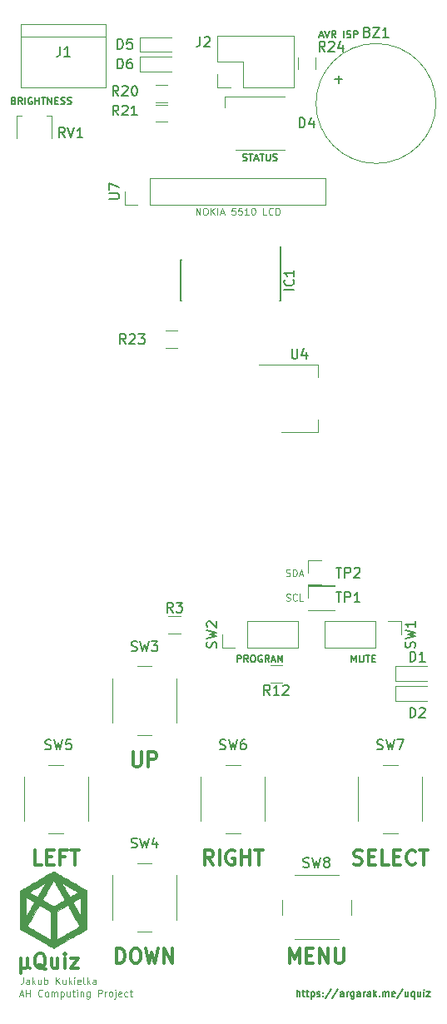
<source format=gbr>
G04 #@! TF.GenerationSoftware,KiCad,Pcbnew,5.0.1*
G04 #@! TF.CreationDate,2018-10-22T16:16:30+01:00*
G04 #@! TF.ProjectId,quiz-sch,7175697A2D7363682E6B696361645F70,rev?*
G04 #@! TF.SameCoordinates,Original*
G04 #@! TF.FileFunction,Legend,Top*
G04 #@! TF.FilePolarity,Positive*
%FSLAX46Y46*%
G04 Gerber Fmt 4.6, Leading zero omitted, Abs format (unit mm)*
G04 Created by KiCad (PCBNEW 5.0.1) date Mon 22 Oct 2018 16:16:30 BST*
%MOMM*%
%LPD*%
G01*
G04 APERTURE LIST*
%ADD10C,0.100000*%
%ADD11C,0.300000*%
%ADD12C,0.175000*%
%ADD13C,0.150000*%
%ADD14C,0.120000*%
%ADD15C,0.010000*%
G04 APERTURE END LIST*
D10*
X78666666Y-108533333D02*
X78766666Y-108566666D01*
X78933333Y-108566666D01*
X79000000Y-108533333D01*
X79033333Y-108500000D01*
X79066666Y-108433333D01*
X79066666Y-108366666D01*
X79033333Y-108300000D01*
X79000000Y-108266666D01*
X78933333Y-108233333D01*
X78800000Y-108200000D01*
X78733333Y-108166666D01*
X78700000Y-108133333D01*
X78666666Y-108066666D01*
X78666666Y-108000000D01*
X78700000Y-107933333D01*
X78733333Y-107900000D01*
X78800000Y-107866666D01*
X78966666Y-107866666D01*
X79066666Y-107900000D01*
X79766666Y-108500000D02*
X79733333Y-108533333D01*
X79633333Y-108566666D01*
X79566666Y-108566666D01*
X79466666Y-108533333D01*
X79400000Y-108466666D01*
X79366666Y-108400000D01*
X79333333Y-108266666D01*
X79333333Y-108166666D01*
X79366666Y-108033333D01*
X79400000Y-107966666D01*
X79466666Y-107900000D01*
X79566666Y-107866666D01*
X79633333Y-107866666D01*
X79733333Y-107900000D01*
X79766666Y-107933333D01*
X80400000Y-108566666D02*
X80066666Y-108566666D01*
X80066666Y-107866666D01*
X78650000Y-106033333D02*
X78750000Y-106066666D01*
X78916666Y-106066666D01*
X78983333Y-106033333D01*
X79016666Y-106000000D01*
X79050000Y-105933333D01*
X79050000Y-105866666D01*
X79016666Y-105800000D01*
X78983333Y-105766666D01*
X78916666Y-105733333D01*
X78783333Y-105700000D01*
X78716666Y-105666666D01*
X78683333Y-105633333D01*
X78650000Y-105566666D01*
X78650000Y-105500000D01*
X78683333Y-105433333D01*
X78716666Y-105400000D01*
X78783333Y-105366666D01*
X78950000Y-105366666D01*
X79050000Y-105400000D01*
X79350000Y-106066666D02*
X79350000Y-105366666D01*
X79516666Y-105366666D01*
X79616666Y-105400000D01*
X79683333Y-105466666D01*
X79716666Y-105533333D01*
X79750000Y-105666666D01*
X79750000Y-105766666D01*
X79716666Y-105900000D01*
X79683333Y-105966666D01*
X79616666Y-106033333D01*
X79516666Y-106066666D01*
X79350000Y-106066666D01*
X80016666Y-105866666D02*
X80350000Y-105866666D01*
X79950000Y-106066666D02*
X80183333Y-105366666D01*
X80416666Y-106066666D01*
X69516666Y-69316666D02*
X69516666Y-68616666D01*
X69916666Y-69316666D01*
X69916666Y-68616666D01*
X70383333Y-68616666D02*
X70516666Y-68616666D01*
X70583333Y-68650000D01*
X70650000Y-68716666D01*
X70683333Y-68850000D01*
X70683333Y-69083333D01*
X70650000Y-69216666D01*
X70583333Y-69283333D01*
X70516666Y-69316666D01*
X70383333Y-69316666D01*
X70316666Y-69283333D01*
X70250000Y-69216666D01*
X70216666Y-69083333D01*
X70216666Y-68850000D01*
X70250000Y-68716666D01*
X70316666Y-68650000D01*
X70383333Y-68616666D01*
X70983333Y-69316666D02*
X70983333Y-68616666D01*
X71383333Y-69316666D02*
X71083333Y-68916666D01*
X71383333Y-68616666D02*
X70983333Y-69016666D01*
X71683333Y-69316666D02*
X71683333Y-68616666D01*
X71983333Y-69116666D02*
X72316666Y-69116666D01*
X71916666Y-69316666D02*
X72150000Y-68616666D01*
X72383333Y-69316666D01*
X73483333Y-68616666D02*
X73150000Y-68616666D01*
X73116666Y-68950000D01*
X73150000Y-68916666D01*
X73216666Y-68883333D01*
X73383333Y-68883333D01*
X73450000Y-68916666D01*
X73483333Y-68950000D01*
X73516666Y-69016666D01*
X73516666Y-69183333D01*
X73483333Y-69250000D01*
X73450000Y-69283333D01*
X73383333Y-69316666D01*
X73216666Y-69316666D01*
X73150000Y-69283333D01*
X73116666Y-69250000D01*
X74150000Y-68616666D02*
X73816666Y-68616666D01*
X73783333Y-68950000D01*
X73816666Y-68916666D01*
X73883333Y-68883333D01*
X74050000Y-68883333D01*
X74116666Y-68916666D01*
X74150000Y-68950000D01*
X74183333Y-69016666D01*
X74183333Y-69183333D01*
X74150000Y-69250000D01*
X74116666Y-69283333D01*
X74050000Y-69316666D01*
X73883333Y-69316666D01*
X73816666Y-69283333D01*
X73783333Y-69250000D01*
X74850000Y-69316666D02*
X74450000Y-69316666D01*
X74650000Y-69316666D02*
X74650000Y-68616666D01*
X74583333Y-68716666D01*
X74516666Y-68783333D01*
X74450000Y-68816666D01*
X75283333Y-68616666D02*
X75350000Y-68616666D01*
X75416666Y-68650000D01*
X75450000Y-68683333D01*
X75483333Y-68750000D01*
X75516666Y-68883333D01*
X75516666Y-69050000D01*
X75483333Y-69183333D01*
X75450000Y-69250000D01*
X75416666Y-69283333D01*
X75350000Y-69316666D01*
X75283333Y-69316666D01*
X75216666Y-69283333D01*
X75183333Y-69250000D01*
X75150000Y-69183333D01*
X75116666Y-69050000D01*
X75116666Y-68883333D01*
X75150000Y-68750000D01*
X75183333Y-68683333D01*
X75216666Y-68650000D01*
X75283333Y-68616666D01*
X76683333Y-69316666D02*
X76350000Y-69316666D01*
X76350000Y-68616666D01*
X77316666Y-69250000D02*
X77283333Y-69283333D01*
X77183333Y-69316666D01*
X77116666Y-69316666D01*
X77016666Y-69283333D01*
X76950000Y-69216666D01*
X76916666Y-69150000D01*
X76883333Y-69016666D01*
X76883333Y-68916666D01*
X76916666Y-68783333D01*
X76950000Y-68716666D01*
X77016666Y-68650000D01*
X77116666Y-68616666D01*
X77183333Y-68616666D01*
X77283333Y-68650000D01*
X77316666Y-68683333D01*
X77616666Y-69316666D02*
X77616666Y-68616666D01*
X77783333Y-68616666D01*
X77883333Y-68650000D01*
X77950000Y-68716666D01*
X77983333Y-68783333D01*
X78016666Y-68916666D01*
X78016666Y-69016666D01*
X77983333Y-69150000D01*
X77950000Y-69216666D01*
X77883333Y-69283333D01*
X77783333Y-69316666D01*
X77616666Y-69316666D01*
D11*
X51642857Y-144928571D02*
X51642857Y-146428571D01*
X52357142Y-145714285D02*
X52428571Y-145857142D01*
X52571428Y-145928571D01*
X51642857Y-145714285D02*
X51714285Y-145857142D01*
X51857142Y-145928571D01*
X52142857Y-145928571D01*
X52285714Y-145857142D01*
X52357142Y-145714285D01*
X52357142Y-144928571D01*
X54214285Y-146071428D02*
X54071428Y-146000000D01*
X53928571Y-145857142D01*
X53714285Y-145642857D01*
X53571428Y-145571428D01*
X53428571Y-145571428D01*
X53500000Y-145928571D02*
X53357142Y-145857142D01*
X53214285Y-145714285D01*
X53142857Y-145428571D01*
X53142857Y-144928571D01*
X53214285Y-144642857D01*
X53357142Y-144500000D01*
X53500000Y-144428571D01*
X53785714Y-144428571D01*
X53928571Y-144500000D01*
X54071428Y-144642857D01*
X54142857Y-144928571D01*
X54142857Y-145428571D01*
X54071428Y-145714285D01*
X53928571Y-145857142D01*
X53785714Y-145928571D01*
X53500000Y-145928571D01*
X55428571Y-144928571D02*
X55428571Y-145928571D01*
X54785714Y-144928571D02*
X54785714Y-145714285D01*
X54857142Y-145857142D01*
X55000000Y-145928571D01*
X55214285Y-145928571D01*
X55357142Y-145857142D01*
X55428571Y-145785714D01*
X56142857Y-145928571D02*
X56142857Y-144928571D01*
X56142857Y-144428571D02*
X56071428Y-144500000D01*
X56142857Y-144571428D01*
X56214285Y-144500000D01*
X56142857Y-144428571D01*
X56142857Y-144571428D01*
X56714285Y-144928571D02*
X57500000Y-144928571D01*
X56714285Y-145928571D01*
X57500000Y-145928571D01*
D12*
X82066666Y-51116666D02*
X82400000Y-51116666D01*
X82000000Y-51316666D02*
X82233333Y-50616666D01*
X82466666Y-51316666D01*
X82600000Y-50616666D02*
X82833333Y-51316666D01*
X83066666Y-50616666D01*
X83700000Y-51316666D02*
X83466666Y-50983333D01*
X83300000Y-51316666D02*
X83300000Y-50616666D01*
X83566666Y-50616666D01*
X83633333Y-50650000D01*
X83666666Y-50683333D01*
X83700000Y-50750000D01*
X83700000Y-50850000D01*
X83666666Y-50916666D01*
X83633333Y-50950000D01*
X83566666Y-50983333D01*
X83300000Y-50983333D01*
X84533333Y-51316666D02*
X84533333Y-50616666D01*
X84833333Y-51283333D02*
X84933333Y-51316666D01*
X85100000Y-51316666D01*
X85166666Y-51283333D01*
X85200000Y-51250000D01*
X85233333Y-51183333D01*
X85233333Y-51116666D01*
X85200000Y-51050000D01*
X85166666Y-51016666D01*
X85100000Y-50983333D01*
X84966666Y-50950000D01*
X84900000Y-50916666D01*
X84866666Y-50883333D01*
X84833333Y-50816666D01*
X84833333Y-50750000D01*
X84866666Y-50683333D01*
X84900000Y-50650000D01*
X84966666Y-50616666D01*
X85133333Y-50616666D01*
X85233333Y-50650000D01*
X85533333Y-51316666D02*
X85533333Y-50616666D01*
X85800000Y-50616666D01*
X85866666Y-50650000D01*
X85900000Y-50683333D01*
X85933333Y-50750000D01*
X85933333Y-50850000D01*
X85900000Y-50916666D01*
X85866666Y-50950000D01*
X85800000Y-50983333D01*
X85533333Y-50983333D01*
X74266666Y-63783333D02*
X74366666Y-63816666D01*
X74533333Y-63816666D01*
X74600000Y-63783333D01*
X74633333Y-63750000D01*
X74666666Y-63683333D01*
X74666666Y-63616666D01*
X74633333Y-63550000D01*
X74600000Y-63516666D01*
X74533333Y-63483333D01*
X74400000Y-63450000D01*
X74333333Y-63416666D01*
X74300000Y-63383333D01*
X74266666Y-63316666D01*
X74266666Y-63250000D01*
X74300000Y-63183333D01*
X74333333Y-63150000D01*
X74400000Y-63116666D01*
X74566666Y-63116666D01*
X74666666Y-63150000D01*
X74866666Y-63116666D02*
X75266666Y-63116666D01*
X75066666Y-63816666D02*
X75066666Y-63116666D01*
X75466666Y-63616666D02*
X75800000Y-63616666D01*
X75400000Y-63816666D02*
X75633333Y-63116666D01*
X75866666Y-63816666D01*
X76000000Y-63116666D02*
X76400000Y-63116666D01*
X76200000Y-63816666D02*
X76200000Y-63116666D01*
X76633333Y-63116666D02*
X76633333Y-63683333D01*
X76666666Y-63750000D01*
X76700000Y-63783333D01*
X76766666Y-63816666D01*
X76900000Y-63816666D01*
X76966666Y-63783333D01*
X77000000Y-63750000D01*
X77033333Y-63683333D01*
X77033333Y-63116666D01*
X77333333Y-63783333D02*
X77433333Y-63816666D01*
X77600000Y-63816666D01*
X77666666Y-63783333D01*
X77700000Y-63750000D01*
X77733333Y-63683333D01*
X77733333Y-63616666D01*
X77700000Y-63550000D01*
X77666666Y-63516666D01*
X77600000Y-63483333D01*
X77466666Y-63450000D01*
X77400000Y-63416666D01*
X77366666Y-63383333D01*
X77333333Y-63316666D01*
X77333333Y-63250000D01*
X77366666Y-63183333D01*
X77400000Y-63150000D01*
X77466666Y-63116666D01*
X77633333Y-63116666D01*
X77733333Y-63150000D01*
X79766666Y-148816666D02*
X79766666Y-148116666D01*
X80066666Y-148816666D02*
X80066666Y-148450000D01*
X80033333Y-148383333D01*
X79966666Y-148350000D01*
X79866666Y-148350000D01*
X79800000Y-148383333D01*
X79766666Y-148416666D01*
X80300000Y-148350000D02*
X80566666Y-148350000D01*
X80400000Y-148116666D02*
X80400000Y-148716666D01*
X80433333Y-148783333D01*
X80500000Y-148816666D01*
X80566666Y-148816666D01*
X80700000Y-148350000D02*
X80966666Y-148350000D01*
X80800000Y-148116666D02*
X80800000Y-148716666D01*
X80833333Y-148783333D01*
X80900000Y-148816666D01*
X80966666Y-148816666D01*
X81200000Y-148350000D02*
X81200000Y-149050000D01*
X81200000Y-148383333D02*
X81266666Y-148350000D01*
X81400000Y-148350000D01*
X81466666Y-148383333D01*
X81500000Y-148416666D01*
X81533333Y-148483333D01*
X81533333Y-148683333D01*
X81500000Y-148750000D01*
X81466666Y-148783333D01*
X81400000Y-148816666D01*
X81266666Y-148816666D01*
X81200000Y-148783333D01*
X81800000Y-148783333D02*
X81866666Y-148816666D01*
X82000000Y-148816666D01*
X82066666Y-148783333D01*
X82100000Y-148716666D01*
X82100000Y-148683333D01*
X82066666Y-148616666D01*
X82000000Y-148583333D01*
X81900000Y-148583333D01*
X81833333Y-148550000D01*
X81800000Y-148483333D01*
X81800000Y-148450000D01*
X81833333Y-148383333D01*
X81900000Y-148350000D01*
X82000000Y-148350000D01*
X82066666Y-148383333D01*
X82400000Y-148750000D02*
X82433333Y-148783333D01*
X82400000Y-148816666D01*
X82366666Y-148783333D01*
X82400000Y-148750000D01*
X82400000Y-148816666D01*
X82400000Y-148383333D02*
X82433333Y-148416666D01*
X82400000Y-148450000D01*
X82366666Y-148416666D01*
X82400000Y-148383333D01*
X82400000Y-148450000D01*
X83233333Y-148083333D02*
X82633333Y-148983333D01*
X83966666Y-148083333D02*
X83366666Y-148983333D01*
X84500000Y-148816666D02*
X84500000Y-148450000D01*
X84466666Y-148383333D01*
X84400000Y-148350000D01*
X84266666Y-148350000D01*
X84200000Y-148383333D01*
X84500000Y-148783333D02*
X84433333Y-148816666D01*
X84266666Y-148816666D01*
X84200000Y-148783333D01*
X84166666Y-148716666D01*
X84166666Y-148650000D01*
X84200000Y-148583333D01*
X84266666Y-148550000D01*
X84433333Y-148550000D01*
X84500000Y-148516666D01*
X84833333Y-148816666D02*
X84833333Y-148350000D01*
X84833333Y-148483333D02*
X84866666Y-148416666D01*
X84900000Y-148383333D01*
X84966666Y-148350000D01*
X85033333Y-148350000D01*
X85566666Y-148350000D02*
X85566666Y-148916666D01*
X85533333Y-148983333D01*
X85500000Y-149016666D01*
X85433333Y-149050000D01*
X85333333Y-149050000D01*
X85266666Y-149016666D01*
X85566666Y-148783333D02*
X85500000Y-148816666D01*
X85366666Y-148816666D01*
X85300000Y-148783333D01*
X85266666Y-148750000D01*
X85233333Y-148683333D01*
X85233333Y-148483333D01*
X85266666Y-148416666D01*
X85300000Y-148383333D01*
X85366666Y-148350000D01*
X85500000Y-148350000D01*
X85566666Y-148383333D01*
X86200000Y-148816666D02*
X86200000Y-148450000D01*
X86166666Y-148383333D01*
X86100000Y-148350000D01*
X85966666Y-148350000D01*
X85900000Y-148383333D01*
X86200000Y-148783333D02*
X86133333Y-148816666D01*
X85966666Y-148816666D01*
X85900000Y-148783333D01*
X85866666Y-148716666D01*
X85866666Y-148650000D01*
X85900000Y-148583333D01*
X85966666Y-148550000D01*
X86133333Y-148550000D01*
X86200000Y-148516666D01*
X86533333Y-148816666D02*
X86533333Y-148350000D01*
X86533333Y-148483333D02*
X86566666Y-148416666D01*
X86600000Y-148383333D01*
X86666666Y-148350000D01*
X86733333Y-148350000D01*
X87266666Y-148816666D02*
X87266666Y-148450000D01*
X87233333Y-148383333D01*
X87166666Y-148350000D01*
X87033333Y-148350000D01*
X86966666Y-148383333D01*
X87266666Y-148783333D02*
X87200000Y-148816666D01*
X87033333Y-148816666D01*
X86966666Y-148783333D01*
X86933333Y-148716666D01*
X86933333Y-148650000D01*
X86966666Y-148583333D01*
X87033333Y-148550000D01*
X87200000Y-148550000D01*
X87266666Y-148516666D01*
X87600000Y-148816666D02*
X87600000Y-148116666D01*
X87666666Y-148550000D02*
X87866666Y-148816666D01*
X87866666Y-148350000D02*
X87600000Y-148616666D01*
X88166666Y-148750000D02*
X88200000Y-148783333D01*
X88166666Y-148816666D01*
X88133333Y-148783333D01*
X88166666Y-148750000D01*
X88166666Y-148816666D01*
X88500000Y-148816666D02*
X88500000Y-148350000D01*
X88500000Y-148416666D02*
X88533333Y-148383333D01*
X88600000Y-148350000D01*
X88700000Y-148350000D01*
X88766666Y-148383333D01*
X88800000Y-148450000D01*
X88800000Y-148816666D01*
X88800000Y-148450000D02*
X88833333Y-148383333D01*
X88900000Y-148350000D01*
X89000000Y-148350000D01*
X89066666Y-148383333D01*
X89100000Y-148450000D01*
X89100000Y-148816666D01*
X89700000Y-148783333D02*
X89633333Y-148816666D01*
X89500000Y-148816666D01*
X89433333Y-148783333D01*
X89400000Y-148716666D01*
X89400000Y-148450000D01*
X89433333Y-148383333D01*
X89500000Y-148350000D01*
X89633333Y-148350000D01*
X89700000Y-148383333D01*
X89733333Y-148450000D01*
X89733333Y-148516666D01*
X89400000Y-148583333D01*
X90533333Y-148083333D02*
X89933333Y-148983333D01*
X91066666Y-148350000D02*
X91066666Y-148816666D01*
X90766666Y-148350000D02*
X90766666Y-148716666D01*
X90800000Y-148783333D01*
X90866666Y-148816666D01*
X90966666Y-148816666D01*
X91033333Y-148783333D01*
X91066666Y-148750000D01*
X91700000Y-148350000D02*
X91700000Y-149050000D01*
X91700000Y-148783333D02*
X91633333Y-148816666D01*
X91500000Y-148816666D01*
X91433333Y-148783333D01*
X91400000Y-148750000D01*
X91366666Y-148683333D01*
X91366666Y-148483333D01*
X91400000Y-148416666D01*
X91433333Y-148383333D01*
X91500000Y-148350000D01*
X91633333Y-148350000D01*
X91700000Y-148383333D01*
X92333333Y-148350000D02*
X92333333Y-148816666D01*
X92033333Y-148350000D02*
X92033333Y-148716666D01*
X92066666Y-148783333D01*
X92133333Y-148816666D01*
X92233333Y-148816666D01*
X92300000Y-148783333D01*
X92333333Y-148750000D01*
X92666666Y-148816666D02*
X92666666Y-148350000D01*
X92666666Y-148116666D02*
X92633333Y-148150000D01*
X92666666Y-148183333D01*
X92700000Y-148150000D01*
X92666666Y-148116666D01*
X92666666Y-148183333D01*
X92933333Y-148350000D02*
X93300000Y-148350000D01*
X92933333Y-148816666D01*
X93300000Y-148816666D01*
D10*
X51566666Y-148616666D02*
X51900000Y-148616666D01*
X51500000Y-148816666D02*
X51733333Y-148116666D01*
X51966666Y-148816666D01*
X52200000Y-148816666D02*
X52200000Y-148116666D01*
X52200000Y-148450000D02*
X52600000Y-148450000D01*
X52600000Y-148816666D02*
X52600000Y-148116666D01*
X53866666Y-148750000D02*
X53833333Y-148783333D01*
X53733333Y-148816666D01*
X53666666Y-148816666D01*
X53566666Y-148783333D01*
X53500000Y-148716666D01*
X53466666Y-148650000D01*
X53433333Y-148516666D01*
X53433333Y-148416666D01*
X53466666Y-148283333D01*
X53500000Y-148216666D01*
X53566666Y-148150000D01*
X53666666Y-148116666D01*
X53733333Y-148116666D01*
X53833333Y-148150000D01*
X53866666Y-148183333D01*
X54266666Y-148816666D02*
X54200000Y-148783333D01*
X54166666Y-148750000D01*
X54133333Y-148683333D01*
X54133333Y-148483333D01*
X54166666Y-148416666D01*
X54200000Y-148383333D01*
X54266666Y-148350000D01*
X54366666Y-148350000D01*
X54433333Y-148383333D01*
X54466666Y-148416666D01*
X54500000Y-148483333D01*
X54500000Y-148683333D01*
X54466666Y-148750000D01*
X54433333Y-148783333D01*
X54366666Y-148816666D01*
X54266666Y-148816666D01*
X54800000Y-148816666D02*
X54800000Y-148350000D01*
X54800000Y-148416666D02*
X54833333Y-148383333D01*
X54900000Y-148350000D01*
X55000000Y-148350000D01*
X55066666Y-148383333D01*
X55100000Y-148450000D01*
X55100000Y-148816666D01*
X55100000Y-148450000D02*
X55133333Y-148383333D01*
X55200000Y-148350000D01*
X55300000Y-148350000D01*
X55366666Y-148383333D01*
X55400000Y-148450000D01*
X55400000Y-148816666D01*
X55733333Y-148350000D02*
X55733333Y-149050000D01*
X55733333Y-148383333D02*
X55800000Y-148350000D01*
X55933333Y-148350000D01*
X56000000Y-148383333D01*
X56033333Y-148416666D01*
X56066666Y-148483333D01*
X56066666Y-148683333D01*
X56033333Y-148750000D01*
X56000000Y-148783333D01*
X55933333Y-148816666D01*
X55800000Y-148816666D01*
X55733333Y-148783333D01*
X56666666Y-148350000D02*
X56666666Y-148816666D01*
X56366666Y-148350000D02*
X56366666Y-148716666D01*
X56400000Y-148783333D01*
X56466666Y-148816666D01*
X56566666Y-148816666D01*
X56633333Y-148783333D01*
X56666666Y-148750000D01*
X56900000Y-148350000D02*
X57166666Y-148350000D01*
X57000000Y-148116666D02*
X57000000Y-148716666D01*
X57033333Y-148783333D01*
X57100000Y-148816666D01*
X57166666Y-148816666D01*
X57400000Y-148816666D02*
X57400000Y-148350000D01*
X57400000Y-148116666D02*
X57366666Y-148150000D01*
X57400000Y-148183333D01*
X57433333Y-148150000D01*
X57400000Y-148116666D01*
X57400000Y-148183333D01*
X57733333Y-148350000D02*
X57733333Y-148816666D01*
X57733333Y-148416666D02*
X57766666Y-148383333D01*
X57833333Y-148350000D01*
X57933333Y-148350000D01*
X58000000Y-148383333D01*
X58033333Y-148450000D01*
X58033333Y-148816666D01*
X58666666Y-148350000D02*
X58666666Y-148916666D01*
X58633333Y-148983333D01*
X58600000Y-149016666D01*
X58533333Y-149050000D01*
X58433333Y-149050000D01*
X58366666Y-149016666D01*
X58666666Y-148783333D02*
X58600000Y-148816666D01*
X58466666Y-148816666D01*
X58400000Y-148783333D01*
X58366666Y-148750000D01*
X58333333Y-148683333D01*
X58333333Y-148483333D01*
X58366666Y-148416666D01*
X58400000Y-148383333D01*
X58466666Y-148350000D01*
X58600000Y-148350000D01*
X58666666Y-148383333D01*
X59533333Y-148816666D02*
X59533333Y-148116666D01*
X59800000Y-148116666D01*
X59866666Y-148150000D01*
X59900000Y-148183333D01*
X59933333Y-148250000D01*
X59933333Y-148350000D01*
X59900000Y-148416666D01*
X59866666Y-148450000D01*
X59800000Y-148483333D01*
X59533333Y-148483333D01*
X60233333Y-148816666D02*
X60233333Y-148350000D01*
X60233333Y-148483333D02*
X60266666Y-148416666D01*
X60300000Y-148383333D01*
X60366666Y-148350000D01*
X60433333Y-148350000D01*
X60766666Y-148816666D02*
X60700000Y-148783333D01*
X60666666Y-148750000D01*
X60633333Y-148683333D01*
X60633333Y-148483333D01*
X60666666Y-148416666D01*
X60700000Y-148383333D01*
X60766666Y-148350000D01*
X60866666Y-148350000D01*
X60933333Y-148383333D01*
X60966666Y-148416666D01*
X61000000Y-148483333D01*
X61000000Y-148683333D01*
X60966666Y-148750000D01*
X60933333Y-148783333D01*
X60866666Y-148816666D01*
X60766666Y-148816666D01*
X61300000Y-148350000D02*
X61300000Y-148950000D01*
X61266666Y-149016666D01*
X61200000Y-149050000D01*
X61166666Y-149050000D01*
X61300000Y-148116666D02*
X61266666Y-148150000D01*
X61300000Y-148183333D01*
X61333333Y-148150000D01*
X61300000Y-148116666D01*
X61300000Y-148183333D01*
X61900000Y-148783333D02*
X61833333Y-148816666D01*
X61700000Y-148816666D01*
X61633333Y-148783333D01*
X61600000Y-148716666D01*
X61600000Y-148450000D01*
X61633333Y-148383333D01*
X61700000Y-148350000D01*
X61833333Y-148350000D01*
X61900000Y-148383333D01*
X61933333Y-148450000D01*
X61933333Y-148516666D01*
X61600000Y-148583333D01*
X62533333Y-148783333D02*
X62466666Y-148816666D01*
X62333333Y-148816666D01*
X62266666Y-148783333D01*
X62233333Y-148750000D01*
X62200000Y-148683333D01*
X62200000Y-148483333D01*
X62233333Y-148416666D01*
X62266666Y-148383333D01*
X62333333Y-148350000D01*
X62466666Y-148350000D01*
X62533333Y-148383333D01*
X62733333Y-148350000D02*
X63000000Y-148350000D01*
X62833333Y-148116666D02*
X62833333Y-148716666D01*
X62866666Y-148783333D01*
X62933333Y-148816666D01*
X63000000Y-148816666D01*
X51900000Y-146866666D02*
X51900000Y-147366666D01*
X51866666Y-147466666D01*
X51800000Y-147533333D01*
X51700000Y-147566666D01*
X51633333Y-147566666D01*
X52533333Y-147566666D02*
X52533333Y-147200000D01*
X52500000Y-147133333D01*
X52433333Y-147100000D01*
X52300000Y-147100000D01*
X52233333Y-147133333D01*
X52533333Y-147533333D02*
X52466666Y-147566666D01*
X52300000Y-147566666D01*
X52233333Y-147533333D01*
X52200000Y-147466666D01*
X52200000Y-147400000D01*
X52233333Y-147333333D01*
X52300000Y-147300000D01*
X52466666Y-147300000D01*
X52533333Y-147266666D01*
X52866666Y-147566666D02*
X52866666Y-146866666D01*
X52933333Y-147300000D02*
X53133333Y-147566666D01*
X53133333Y-147100000D02*
X52866666Y-147366666D01*
X53733333Y-147100000D02*
X53733333Y-147566666D01*
X53433333Y-147100000D02*
X53433333Y-147466666D01*
X53466666Y-147533333D01*
X53533333Y-147566666D01*
X53633333Y-147566666D01*
X53700000Y-147533333D01*
X53733333Y-147500000D01*
X54066666Y-147566666D02*
X54066666Y-146866666D01*
X54066666Y-147133333D02*
X54133333Y-147100000D01*
X54266666Y-147100000D01*
X54333333Y-147133333D01*
X54366666Y-147166666D01*
X54400000Y-147233333D01*
X54400000Y-147433333D01*
X54366666Y-147500000D01*
X54333333Y-147533333D01*
X54266666Y-147566666D01*
X54133333Y-147566666D01*
X54066666Y-147533333D01*
X55233333Y-147566666D02*
X55233333Y-146866666D01*
X55633333Y-147566666D02*
X55333333Y-147166666D01*
X55633333Y-146866666D02*
X55233333Y-147266666D01*
X56233333Y-147100000D02*
X56233333Y-147566666D01*
X55933333Y-147100000D02*
X55933333Y-147466666D01*
X55966666Y-147533333D01*
X56033333Y-147566666D01*
X56133333Y-147566666D01*
X56200000Y-147533333D01*
X56233333Y-147500000D01*
X56566666Y-147566666D02*
X56566666Y-146866666D01*
X56633333Y-147300000D02*
X56833333Y-147566666D01*
X56833333Y-147100000D02*
X56566666Y-147366666D01*
X57133333Y-147566666D02*
X57133333Y-147100000D01*
X57133333Y-146866666D02*
X57100000Y-146900000D01*
X57133333Y-146933333D01*
X57166666Y-146900000D01*
X57133333Y-146866666D01*
X57133333Y-146933333D01*
X57733333Y-147533333D02*
X57666666Y-147566666D01*
X57533333Y-147566666D01*
X57466666Y-147533333D01*
X57433333Y-147466666D01*
X57433333Y-147200000D01*
X57466666Y-147133333D01*
X57533333Y-147100000D01*
X57666666Y-147100000D01*
X57733333Y-147133333D01*
X57766666Y-147200000D01*
X57766666Y-147266666D01*
X57433333Y-147333333D01*
X58166666Y-147566666D02*
X58100000Y-147533333D01*
X58066666Y-147466666D01*
X58066666Y-146866666D01*
X58433333Y-147566666D02*
X58433333Y-146866666D01*
X58500000Y-147300000D02*
X58700000Y-147566666D01*
X58700000Y-147100000D02*
X58433333Y-147366666D01*
X59300000Y-147566666D02*
X59300000Y-147200000D01*
X59266666Y-147133333D01*
X59200000Y-147100000D01*
X59066666Y-147100000D01*
X59000000Y-147133333D01*
X59300000Y-147533333D02*
X59233333Y-147566666D01*
X59066666Y-147566666D01*
X59000000Y-147533333D01*
X58966666Y-147466666D01*
X58966666Y-147400000D01*
X59000000Y-147333333D01*
X59066666Y-147300000D01*
X59233333Y-147300000D01*
X59300000Y-147266666D01*
D13*
X50950000Y-57700000D02*
X51050000Y-57733333D01*
X51083333Y-57766666D01*
X51116666Y-57833333D01*
X51116666Y-57933333D01*
X51083333Y-58000000D01*
X51050000Y-58033333D01*
X50983333Y-58066666D01*
X50716666Y-58066666D01*
X50716666Y-57366666D01*
X50950000Y-57366666D01*
X51016666Y-57400000D01*
X51050000Y-57433333D01*
X51083333Y-57500000D01*
X51083333Y-57566666D01*
X51050000Y-57633333D01*
X51016666Y-57666666D01*
X50950000Y-57700000D01*
X50716666Y-57700000D01*
X51816666Y-58066666D02*
X51583333Y-57733333D01*
X51416666Y-58066666D02*
X51416666Y-57366666D01*
X51683333Y-57366666D01*
X51750000Y-57400000D01*
X51783333Y-57433333D01*
X51816666Y-57500000D01*
X51816666Y-57600000D01*
X51783333Y-57666666D01*
X51750000Y-57700000D01*
X51683333Y-57733333D01*
X51416666Y-57733333D01*
X52116666Y-58066666D02*
X52116666Y-57366666D01*
X52816666Y-57400000D02*
X52750000Y-57366666D01*
X52650000Y-57366666D01*
X52550000Y-57400000D01*
X52483333Y-57466666D01*
X52450000Y-57533333D01*
X52416666Y-57666666D01*
X52416666Y-57766666D01*
X52450000Y-57900000D01*
X52483333Y-57966666D01*
X52550000Y-58033333D01*
X52650000Y-58066666D01*
X52716666Y-58066666D01*
X52816666Y-58033333D01*
X52850000Y-58000000D01*
X52850000Y-57766666D01*
X52716666Y-57766666D01*
X53150000Y-58066666D02*
X53150000Y-57366666D01*
X53150000Y-57700000D02*
X53550000Y-57700000D01*
X53550000Y-58066666D02*
X53550000Y-57366666D01*
X53783333Y-57366666D02*
X54183333Y-57366666D01*
X53983333Y-58066666D02*
X53983333Y-57366666D01*
X54416666Y-58066666D02*
X54416666Y-57366666D01*
X54816666Y-58066666D01*
X54816666Y-57366666D01*
X55150000Y-57700000D02*
X55383333Y-57700000D01*
X55483333Y-58066666D02*
X55150000Y-58066666D01*
X55150000Y-57366666D01*
X55483333Y-57366666D01*
X55750000Y-58033333D02*
X55850000Y-58066666D01*
X56016666Y-58066666D01*
X56083333Y-58033333D01*
X56116666Y-58000000D01*
X56150000Y-57933333D01*
X56150000Y-57866666D01*
X56116666Y-57800000D01*
X56083333Y-57766666D01*
X56016666Y-57733333D01*
X55883333Y-57700000D01*
X55816666Y-57666666D01*
X55783333Y-57633333D01*
X55750000Y-57566666D01*
X55750000Y-57500000D01*
X55783333Y-57433333D01*
X55816666Y-57400000D01*
X55883333Y-57366666D01*
X56050000Y-57366666D01*
X56150000Y-57400000D01*
X56416666Y-58033333D02*
X56516666Y-58066666D01*
X56683333Y-58066666D01*
X56750000Y-58033333D01*
X56783333Y-58000000D01*
X56816666Y-57933333D01*
X56816666Y-57866666D01*
X56783333Y-57800000D01*
X56750000Y-57766666D01*
X56683333Y-57733333D01*
X56550000Y-57700000D01*
X56483333Y-57666666D01*
X56450000Y-57633333D01*
X56416666Y-57566666D01*
X56416666Y-57500000D01*
X56450000Y-57433333D01*
X56483333Y-57400000D01*
X56550000Y-57366666D01*
X56716666Y-57366666D01*
X56816666Y-57400000D01*
X85316666Y-114816666D02*
X85316666Y-114116666D01*
X85550000Y-114616666D01*
X85783333Y-114116666D01*
X85783333Y-114816666D01*
X86116666Y-114116666D02*
X86116666Y-114683333D01*
X86150000Y-114750000D01*
X86183333Y-114783333D01*
X86250000Y-114816666D01*
X86383333Y-114816666D01*
X86450000Y-114783333D01*
X86483333Y-114750000D01*
X86516666Y-114683333D01*
X86516666Y-114116666D01*
X86750000Y-114116666D02*
X87150000Y-114116666D01*
X86950000Y-114816666D02*
X86950000Y-114116666D01*
X87383333Y-114450000D02*
X87616666Y-114450000D01*
X87716666Y-114816666D02*
X87383333Y-114816666D01*
X87383333Y-114116666D01*
X87716666Y-114116666D01*
D12*
X73700000Y-114816666D02*
X73700000Y-114116666D01*
X73966666Y-114116666D01*
X74033333Y-114150000D01*
X74066666Y-114183333D01*
X74100000Y-114250000D01*
X74100000Y-114350000D01*
X74066666Y-114416666D01*
X74033333Y-114450000D01*
X73966666Y-114483333D01*
X73700000Y-114483333D01*
X74800000Y-114816666D02*
X74566666Y-114483333D01*
X74400000Y-114816666D02*
X74400000Y-114116666D01*
X74666666Y-114116666D01*
X74733333Y-114150000D01*
X74766666Y-114183333D01*
X74800000Y-114250000D01*
X74800000Y-114350000D01*
X74766666Y-114416666D01*
X74733333Y-114450000D01*
X74666666Y-114483333D01*
X74400000Y-114483333D01*
X75233333Y-114116666D02*
X75366666Y-114116666D01*
X75433333Y-114150000D01*
X75500000Y-114216666D01*
X75533333Y-114350000D01*
X75533333Y-114583333D01*
X75500000Y-114716666D01*
X75433333Y-114783333D01*
X75366666Y-114816666D01*
X75233333Y-114816666D01*
X75166666Y-114783333D01*
X75100000Y-114716666D01*
X75066666Y-114583333D01*
X75066666Y-114350000D01*
X75100000Y-114216666D01*
X75166666Y-114150000D01*
X75233333Y-114116666D01*
X76200000Y-114150000D02*
X76133333Y-114116666D01*
X76033333Y-114116666D01*
X75933333Y-114150000D01*
X75866666Y-114216666D01*
X75833333Y-114283333D01*
X75800000Y-114416666D01*
X75800000Y-114516666D01*
X75833333Y-114650000D01*
X75866666Y-114716666D01*
X75933333Y-114783333D01*
X76033333Y-114816666D01*
X76100000Y-114816666D01*
X76200000Y-114783333D01*
X76233333Y-114750000D01*
X76233333Y-114516666D01*
X76100000Y-114516666D01*
X76933333Y-114816666D02*
X76700000Y-114483333D01*
X76533333Y-114816666D02*
X76533333Y-114116666D01*
X76800000Y-114116666D01*
X76866666Y-114150000D01*
X76900000Y-114183333D01*
X76933333Y-114250000D01*
X76933333Y-114350000D01*
X76900000Y-114416666D01*
X76866666Y-114450000D01*
X76800000Y-114483333D01*
X76533333Y-114483333D01*
X77200000Y-114616666D02*
X77533333Y-114616666D01*
X77133333Y-114816666D02*
X77366666Y-114116666D01*
X77600000Y-114816666D01*
X77833333Y-114816666D02*
X77833333Y-114116666D01*
X78066666Y-114616666D01*
X78300000Y-114116666D01*
X78300000Y-114816666D01*
D11*
X85535714Y-135357142D02*
X85750000Y-135428571D01*
X86107142Y-135428571D01*
X86250000Y-135357142D01*
X86321428Y-135285714D01*
X86392857Y-135142857D01*
X86392857Y-135000000D01*
X86321428Y-134857142D01*
X86250000Y-134785714D01*
X86107142Y-134714285D01*
X85821428Y-134642857D01*
X85678571Y-134571428D01*
X85607142Y-134500000D01*
X85535714Y-134357142D01*
X85535714Y-134214285D01*
X85607142Y-134071428D01*
X85678571Y-134000000D01*
X85821428Y-133928571D01*
X86178571Y-133928571D01*
X86392857Y-134000000D01*
X87035714Y-134642857D02*
X87535714Y-134642857D01*
X87750000Y-135428571D02*
X87035714Y-135428571D01*
X87035714Y-133928571D01*
X87750000Y-133928571D01*
X89107142Y-135428571D02*
X88392857Y-135428571D01*
X88392857Y-133928571D01*
X89607142Y-134642857D02*
X90107142Y-134642857D01*
X90321428Y-135428571D02*
X89607142Y-135428571D01*
X89607142Y-133928571D01*
X90321428Y-133928571D01*
X91821428Y-135285714D02*
X91750000Y-135357142D01*
X91535714Y-135428571D01*
X91392857Y-135428571D01*
X91178571Y-135357142D01*
X91035714Y-135214285D01*
X90964285Y-135071428D01*
X90892857Y-134785714D01*
X90892857Y-134571428D01*
X90964285Y-134285714D01*
X91035714Y-134142857D01*
X91178571Y-134000000D01*
X91392857Y-133928571D01*
X91535714Y-133928571D01*
X91750000Y-134000000D01*
X91821428Y-134071428D01*
X92250000Y-133928571D02*
X93107142Y-133928571D01*
X92678571Y-135428571D02*
X92678571Y-133928571D01*
X79000000Y-145428571D02*
X79000000Y-143928571D01*
X79500000Y-145000000D01*
X80000000Y-143928571D01*
X80000000Y-145428571D01*
X80714285Y-144642857D02*
X81214285Y-144642857D01*
X81428571Y-145428571D02*
X80714285Y-145428571D01*
X80714285Y-143928571D01*
X81428571Y-143928571D01*
X82071428Y-145428571D02*
X82071428Y-143928571D01*
X82928571Y-145428571D01*
X82928571Y-143928571D01*
X83642857Y-143928571D02*
X83642857Y-145142857D01*
X83714285Y-145285714D01*
X83785714Y-145357142D01*
X83928571Y-145428571D01*
X84214285Y-145428571D01*
X84357142Y-145357142D01*
X84428571Y-145285714D01*
X84500000Y-145142857D01*
X84500000Y-143928571D01*
X61428571Y-145428571D02*
X61428571Y-143928571D01*
X61785714Y-143928571D01*
X62000000Y-144000000D01*
X62142857Y-144142857D01*
X62214285Y-144285714D01*
X62285714Y-144571428D01*
X62285714Y-144785714D01*
X62214285Y-145071428D01*
X62142857Y-145214285D01*
X62000000Y-145357142D01*
X61785714Y-145428571D01*
X61428571Y-145428571D01*
X63214285Y-143928571D02*
X63500000Y-143928571D01*
X63642857Y-144000000D01*
X63785714Y-144142857D01*
X63857142Y-144428571D01*
X63857142Y-144928571D01*
X63785714Y-145214285D01*
X63642857Y-145357142D01*
X63500000Y-145428571D01*
X63214285Y-145428571D01*
X63071428Y-145357142D01*
X62928571Y-145214285D01*
X62857142Y-144928571D01*
X62857142Y-144428571D01*
X62928571Y-144142857D01*
X63071428Y-144000000D01*
X63214285Y-143928571D01*
X64357142Y-143928571D02*
X64714285Y-145428571D01*
X65000000Y-144357142D01*
X65285714Y-145428571D01*
X65642857Y-143928571D01*
X66214285Y-145428571D02*
X66214285Y-143928571D01*
X67071428Y-145428571D01*
X67071428Y-143928571D01*
X71250000Y-135428571D02*
X70750000Y-134714285D01*
X70392857Y-135428571D02*
X70392857Y-133928571D01*
X70964285Y-133928571D01*
X71107142Y-134000000D01*
X71178571Y-134071428D01*
X71250000Y-134214285D01*
X71250000Y-134428571D01*
X71178571Y-134571428D01*
X71107142Y-134642857D01*
X70964285Y-134714285D01*
X70392857Y-134714285D01*
X71892857Y-135428571D02*
X71892857Y-133928571D01*
X73392857Y-134000000D02*
X73250000Y-133928571D01*
X73035714Y-133928571D01*
X72821428Y-134000000D01*
X72678571Y-134142857D01*
X72607142Y-134285714D01*
X72535714Y-134571428D01*
X72535714Y-134785714D01*
X72607142Y-135071428D01*
X72678571Y-135214285D01*
X72821428Y-135357142D01*
X73035714Y-135428571D01*
X73178571Y-135428571D01*
X73392857Y-135357142D01*
X73464285Y-135285714D01*
X73464285Y-134785714D01*
X73178571Y-134785714D01*
X74107142Y-135428571D02*
X74107142Y-133928571D01*
X74107142Y-134642857D02*
X74964285Y-134642857D01*
X74964285Y-135428571D02*
X74964285Y-133928571D01*
X75464285Y-133928571D02*
X76321428Y-133928571D01*
X75892857Y-135428571D02*
X75892857Y-133928571D01*
X53821428Y-135428571D02*
X53107142Y-135428571D01*
X53107142Y-133928571D01*
X54321428Y-134642857D02*
X54821428Y-134642857D01*
X55035714Y-135428571D02*
X54321428Y-135428571D01*
X54321428Y-133928571D01*
X55035714Y-133928571D01*
X56178571Y-134642857D02*
X55678571Y-134642857D01*
X55678571Y-135428571D02*
X55678571Y-133928571D01*
X56392857Y-133928571D01*
X56750000Y-133928571D02*
X57607142Y-133928571D01*
X57178571Y-135428571D02*
X57178571Y-133928571D01*
X63071428Y-123928571D02*
X63071428Y-125142857D01*
X63142857Y-125285714D01*
X63214285Y-125357142D01*
X63357142Y-125428571D01*
X63642857Y-125428571D01*
X63785714Y-125357142D01*
X63857142Y-125285714D01*
X63928571Y-125142857D01*
X63928571Y-123928571D01*
X64642857Y-125428571D02*
X64642857Y-123928571D01*
X65214285Y-123928571D01*
X65357142Y-124000000D01*
X65428571Y-124071428D01*
X65500000Y-124214285D01*
X65500000Y-124428571D01*
X65428571Y-124571428D01*
X65357142Y-124642857D01*
X65214285Y-124714285D01*
X64642857Y-124714285D01*
D14*
G04 #@! TO.C,BZ1*
X93900000Y-58000000D02*
G75*
G03X93900000Y-58000000I-6100000J0D01*
G01*
G04 #@! TO.C,D1*
X93000000Y-116750000D02*
X89800000Y-116750000D01*
X89800000Y-115250000D02*
X93000000Y-115250000D01*
X89800000Y-115250000D02*
X89800000Y-116750000D01*
G04 #@! TO.C,D2*
X89800000Y-117250000D02*
X89800000Y-118750000D01*
X89800000Y-117250000D02*
X93000000Y-117250000D01*
X93000000Y-118750000D02*
X89800000Y-118750000D01*
G04 #@! TO.C,D4*
X78500000Y-62700000D02*
X73500000Y-62700000D01*
X72400000Y-58400000D02*
X72400000Y-57300000D01*
X72400000Y-57300000D02*
X78500000Y-57300000D01*
G04 #@! TO.C,D5*
X67000000Y-52750000D02*
X63800000Y-52750000D01*
X63800000Y-51250000D02*
X67000000Y-51250000D01*
X63800000Y-51250000D02*
X63800000Y-52750000D01*
G04 #@! TO.C,D6*
X63800000Y-53250000D02*
X63800000Y-54750000D01*
X63800000Y-53250000D02*
X67000000Y-53250000D01*
X67000000Y-54750000D02*
X63800000Y-54750000D01*
D13*
G04 #@! TO.C,IC1*
X78050000Y-73925000D02*
X78050000Y-72550000D01*
X67925000Y-73925000D02*
X67925000Y-78075000D01*
X78075000Y-73925000D02*
X78075000Y-78075000D01*
X67925000Y-73925000D02*
X68030000Y-73925000D01*
X67925000Y-78075000D02*
X68030000Y-78075000D01*
X78075000Y-78075000D02*
X77970000Y-78075000D01*
X78075000Y-73925000D02*
X78050000Y-73925000D01*
D14*
G04 #@! TO.C,J1*
X60350000Y-49970000D02*
X60350000Y-56380000D01*
X51650000Y-51200000D02*
X60350000Y-51200000D01*
X51650000Y-56380000D02*
X51650000Y-49970000D01*
X60350000Y-56380000D02*
X51650000Y-56380000D01*
X60350000Y-49970000D02*
X51650000Y-49970000D01*
G04 #@! TO.C,J2*
X71670000Y-56330000D02*
X71670000Y-55000000D01*
X73000000Y-56330000D02*
X71670000Y-56330000D01*
X71670000Y-53730000D02*
X71670000Y-51130000D01*
X74270000Y-53730000D02*
X71670000Y-53730000D01*
X74270000Y-56330000D02*
X74270000Y-53730000D01*
X71670000Y-51130000D02*
X79410000Y-51130000D01*
X74270000Y-56330000D02*
X79410000Y-56330000D01*
X79410000Y-56330000D02*
X79410000Y-51130000D01*
G04 #@! TO.C,R3*
X67900000Y-111880000D02*
X66700000Y-111880000D01*
X66700000Y-110120000D02*
X67900000Y-110120000D01*
G04 #@! TO.C,R12*
X78250000Y-116880000D02*
X77050000Y-116880000D01*
X77050000Y-115120000D02*
X78250000Y-115120000D01*
G04 #@! TO.C,R20*
X65400000Y-56120000D02*
X66600000Y-56120000D01*
X66600000Y-57880000D02*
X65400000Y-57880000D01*
G04 #@! TO.C,R21*
X66600000Y-59880000D02*
X65400000Y-59880000D01*
X65400000Y-58120000D02*
X66600000Y-58120000D01*
G04 #@! TO.C,R23*
X67600000Y-82880000D02*
X66400000Y-82880000D01*
X66400000Y-81120000D02*
X67600000Y-81120000D01*
G04 #@! TO.C,RV1*
X51220000Y-61530000D02*
X51220000Y-59250000D01*
X51220000Y-59250000D02*
X51730000Y-59250000D01*
X54270000Y-59250000D02*
X54780000Y-59250000D01*
X54780000Y-59250000D02*
X54780000Y-61530000D01*
G04 #@! TO.C,SW1*
X82590000Y-110670000D02*
X82590000Y-113330000D01*
X87730000Y-110670000D02*
X82590000Y-110670000D01*
X87730000Y-113330000D02*
X82590000Y-113330000D01*
X87730000Y-110670000D02*
X87730000Y-113330000D01*
X89000000Y-110670000D02*
X90330000Y-110670000D01*
X90330000Y-110670000D02*
X90330000Y-112000000D01*
G04 #@! TO.C,SW2*
X72130000Y-113330000D02*
X72130000Y-112000000D01*
X73460000Y-113330000D02*
X72130000Y-113330000D01*
X74730000Y-113330000D02*
X74730000Y-110670000D01*
X74730000Y-110670000D02*
X79870000Y-110670000D01*
X74730000Y-113330000D02*
X79870000Y-113330000D01*
X79870000Y-113330000D02*
X79870000Y-110670000D01*
G04 #@! TO.C,SW3*
X67500000Y-121000000D02*
X67500000Y-116500000D01*
X63500000Y-122250000D02*
X65000000Y-122250000D01*
X61000000Y-116500000D02*
X61000000Y-121000000D01*
X65000000Y-115250000D02*
X63500000Y-115250000D01*
G04 #@! TO.C,SW4*
X65000000Y-135250000D02*
X63500000Y-135250000D01*
X61000000Y-136500000D02*
X61000000Y-141000000D01*
X63500000Y-142250000D02*
X65000000Y-142250000D01*
X67500000Y-141000000D02*
X67500000Y-136500000D01*
G04 #@! TO.C,SW5*
X56000000Y-125250000D02*
X54500000Y-125250000D01*
X52000000Y-126500000D02*
X52000000Y-131000000D01*
X54500000Y-132250000D02*
X56000000Y-132250000D01*
X58500000Y-131000000D02*
X58500000Y-126500000D01*
G04 #@! TO.C,SW6*
X76500000Y-131000000D02*
X76500000Y-126500000D01*
X72500000Y-132250000D02*
X74000000Y-132250000D01*
X70000000Y-126500000D02*
X70000000Y-131000000D01*
X74000000Y-125250000D02*
X72500000Y-125250000D01*
G04 #@! TO.C,SW7*
X92500000Y-131000000D02*
X92500000Y-126500000D01*
X88500000Y-132250000D02*
X90000000Y-132250000D01*
X86000000Y-126500000D02*
X86000000Y-131000000D01*
X90000000Y-125250000D02*
X88500000Y-125250000D01*
G04 #@! TO.C,SW8*
X78250000Y-139000000D02*
X78250000Y-140500000D01*
X79500000Y-143000000D02*
X84000000Y-143000000D01*
X85250000Y-140500000D02*
X85250000Y-139000000D01*
X84000000Y-136500000D02*
X79500000Y-136500000D01*
G04 #@! TO.C,U4*
X75900000Y-84590000D02*
X81910000Y-84590000D01*
X78150000Y-91410000D02*
X81910000Y-91410000D01*
X81910000Y-84590000D02*
X81910000Y-85850000D01*
X81910000Y-91410000D02*
X81910000Y-90150000D01*
G04 #@! TO.C,U7*
X62220000Y-68280000D02*
X62220000Y-66950000D01*
X63550000Y-68280000D02*
X62220000Y-68280000D01*
X64820000Y-68280000D02*
X64820000Y-65620000D01*
X64820000Y-65620000D02*
X82660000Y-65620000D01*
X64820000Y-68280000D02*
X82660000Y-68280000D01*
X82660000Y-68280000D02*
X82660000Y-65620000D01*
D15*
G04 #@! TO.C,G\002A\002A\002A*
G36*
X55066651Y-136129452D02*
X55128239Y-136162840D01*
X55160867Y-136182400D01*
X55197125Y-136203941D01*
X55258790Y-136240096D01*
X55343544Y-136289529D01*
X55449069Y-136350899D01*
X55573049Y-136422871D01*
X55713165Y-136504106D01*
X55867101Y-136593267D01*
X56032538Y-136689015D01*
X56207159Y-136790013D01*
X56388647Y-136894923D01*
X56574684Y-137002408D01*
X56762953Y-137111128D01*
X56951136Y-137219748D01*
X57136916Y-137326928D01*
X57317975Y-137431332D01*
X57491995Y-137531621D01*
X57656660Y-137626457D01*
X57809651Y-137714503D01*
X57948652Y-137794421D01*
X58071344Y-137864874D01*
X58175411Y-137924523D01*
X58258534Y-137972030D01*
X58318397Y-138006058D01*
X58352681Y-138025269D01*
X58360042Y-138029140D01*
X58364131Y-138033088D01*
X58367783Y-138042811D01*
X58371022Y-138060102D01*
X58373873Y-138086752D01*
X58376359Y-138124552D01*
X58378504Y-138175292D01*
X58380333Y-138240764D01*
X58381869Y-138322759D01*
X58383138Y-138423068D01*
X58384162Y-138543482D01*
X58384965Y-138685792D01*
X58385573Y-138851789D01*
X58386010Y-139043264D01*
X58386298Y-139262009D01*
X58386462Y-139509815D01*
X58386528Y-139788471D01*
X58386527Y-139997579D01*
X58386387Y-141955801D01*
X58323027Y-141991235D01*
X58299975Y-142004401D01*
X58249604Y-142033368D01*
X58173912Y-142076983D01*
X58074897Y-142134091D01*
X57954557Y-142203541D01*
X57814889Y-142284176D01*
X57657893Y-142374845D01*
X57485564Y-142474393D01*
X57299903Y-142581667D01*
X57102905Y-142695513D01*
X56896570Y-142814778D01*
X56687224Y-142935804D01*
X56431522Y-143083643D01*
X56203520Y-143215456D01*
X56001599Y-143332161D01*
X55824136Y-143434677D01*
X55669511Y-143523923D01*
X55536102Y-143600819D01*
X55422287Y-143666283D01*
X55326446Y-143721234D01*
X55246957Y-143766591D01*
X55182199Y-143803274D01*
X55130551Y-143832200D01*
X55090391Y-143854289D01*
X55060099Y-143870461D01*
X55038052Y-143881633D01*
X55022631Y-143888725D01*
X55012212Y-143892656D01*
X55005176Y-143894345D01*
X54999901Y-143894710D01*
X54995572Y-143894667D01*
X54978167Y-143886359D01*
X54933321Y-143862143D01*
X54862900Y-143823083D01*
X54768769Y-143770241D01*
X54652796Y-143704679D01*
X54516847Y-143627461D01*
X54362788Y-143539649D01*
X54192485Y-143442307D01*
X54007805Y-143336497D01*
X53810615Y-143223281D01*
X53602779Y-143103723D01*
X53386166Y-142978886D01*
X53293190Y-142925234D01*
X51613852Y-141955801D01*
X51613850Y-141670006D01*
X52325324Y-141670006D01*
X52339667Y-141680111D01*
X52380711Y-141705531D01*
X52445788Y-141744720D01*
X52532230Y-141796129D01*
X52637369Y-141858211D01*
X52758536Y-141929419D01*
X52893062Y-142008205D01*
X53038281Y-142093022D01*
X53191523Y-142182321D01*
X53350121Y-142274555D01*
X53511406Y-142368177D01*
X53672709Y-142461639D01*
X53831363Y-142553393D01*
X53984699Y-142641892D01*
X54130049Y-142725588D01*
X54264745Y-142802933D01*
X54386118Y-142872381D01*
X54491501Y-142932383D01*
X54578224Y-142981391D01*
X54643621Y-143017859D01*
X54685022Y-143040239D01*
X54699529Y-143047054D01*
X54701412Y-143030676D01*
X54703112Y-142982887D01*
X54704614Y-142906143D01*
X54705905Y-142802901D01*
X54706970Y-142675614D01*
X54707793Y-142526740D01*
X54708362Y-142358733D01*
X54708660Y-142174050D01*
X54708663Y-142124444D01*
X55290994Y-142124444D01*
X55291060Y-142334554D01*
X55291524Y-142514674D01*
X55292399Y-142666096D01*
X55293698Y-142790111D01*
X55295434Y-142888011D01*
X55297621Y-142961087D01*
X55300271Y-143010632D01*
X55303398Y-143037937D01*
X55306544Y-143044597D01*
X55323838Y-143035351D01*
X55368227Y-143010466D01*
X55437470Y-142971224D01*
X55529325Y-142918909D01*
X55641552Y-142854801D01*
X55771909Y-142780184D01*
X55918154Y-142696339D01*
X56078046Y-142604549D01*
X56249344Y-142506097D01*
X56429806Y-142402263D01*
X56500448Y-142361587D01*
X56727186Y-142230809D01*
X56925766Y-142115830D01*
X57097542Y-142015835D01*
X57243866Y-141930008D01*
X57366092Y-141857535D01*
X57465574Y-141797600D01*
X57543664Y-141749388D01*
X57601717Y-141712084D01*
X57641084Y-141684873D01*
X57663121Y-141666939D01*
X57669197Y-141657539D01*
X57659313Y-141636085D01*
X57634643Y-141589499D01*
X57597477Y-141521898D01*
X57550101Y-141437398D01*
X57494805Y-141340116D01*
X57433897Y-141234205D01*
X57373552Y-141129804D01*
X57299699Y-141001946D01*
X57215735Y-140856520D01*
X57125059Y-140699412D01*
X57031069Y-140536512D01*
X56937164Y-140373706D01*
X56846741Y-140216884D01*
X56829092Y-140186267D01*
X56750782Y-140050593D01*
X56677502Y-139923975D01*
X56611013Y-139809433D01*
X56553075Y-139709984D01*
X56505450Y-139628647D01*
X56469899Y-139568438D01*
X56448182Y-139532377D01*
X56442083Y-139523039D01*
X56425440Y-139528712D01*
X56382788Y-139549718D01*
X56317351Y-139584293D01*
X56232354Y-139630671D01*
X56131021Y-139687088D01*
X56016577Y-139751782D01*
X55892248Y-139822986D01*
X55863600Y-139839517D01*
X55296333Y-140167290D01*
X55292005Y-141609088D01*
X55291314Y-141883053D01*
X55290994Y-142124444D01*
X54708663Y-142124444D01*
X54708675Y-141975146D01*
X54708391Y-141764477D01*
X54707995Y-141607384D01*
X54703667Y-140166768D01*
X54136400Y-139838959D01*
X54010317Y-139766549D01*
X53893404Y-139700272D01*
X53788885Y-139641891D01*
X53699983Y-139593168D01*
X53629924Y-139555866D01*
X53581931Y-139531746D01*
X53559229Y-139522572D01*
X53557942Y-139522741D01*
X53546910Y-139539867D01*
X53521239Y-139582564D01*
X53483157Y-139647036D01*
X53434892Y-139729486D01*
X53378675Y-139826119D01*
X53316733Y-139933139D01*
X53302578Y-139957667D01*
X53148590Y-140224693D01*
X53010766Y-140463809D01*
X52888303Y-140676416D01*
X52780403Y-140863917D01*
X52686265Y-141027715D01*
X52605088Y-141169210D01*
X52536074Y-141289805D01*
X52478420Y-141390903D01*
X52431328Y-141473905D01*
X52393997Y-141540213D01*
X52365627Y-141591230D01*
X52345417Y-141628358D01*
X52332568Y-141652998D01*
X52326279Y-141666552D01*
X52325324Y-141670006D01*
X51613850Y-141670006D01*
X51613837Y-140000000D01*
X51613827Y-138728809D01*
X52206000Y-138728809D01*
X52206515Y-139707305D01*
X52206788Y-139923858D01*
X52207388Y-140108352D01*
X52208352Y-140262592D01*
X52209718Y-140388382D01*
X52211525Y-140487529D01*
X52213810Y-140561839D01*
X52216611Y-140613116D01*
X52219967Y-140643167D01*
X52223916Y-140653796D01*
X52226403Y-140651934D01*
X52238580Y-140630777D01*
X52265942Y-140583316D01*
X52306744Y-140512579D01*
X52359238Y-140421593D01*
X52421678Y-140313385D01*
X52492318Y-140190980D01*
X52569410Y-140057408D01*
X52650097Y-139917621D01*
X52730934Y-139777308D01*
X52806174Y-139646189D01*
X52874195Y-139527125D01*
X52933379Y-139422977D01*
X52982105Y-139336604D01*
X53018752Y-139270868D01*
X53041701Y-139228629D01*
X53049332Y-139212748D01*
X53049309Y-139212710D01*
X53033534Y-139203114D01*
X52993022Y-139179355D01*
X52932417Y-139144109D01*
X52856365Y-139100054D01*
X52769512Y-139049865D01*
X52677474Y-138996778D01*
X53866008Y-138996778D01*
X53880227Y-139007745D01*
X53920043Y-139033149D01*
X53981580Y-139070747D01*
X54060962Y-139118294D01*
X54154315Y-139173544D01*
X54257761Y-139234252D01*
X54367426Y-139298175D01*
X54479433Y-139363066D01*
X54589907Y-139426682D01*
X54694972Y-139486778D01*
X54790752Y-139541108D01*
X54873372Y-139587429D01*
X54938956Y-139623494D01*
X54983629Y-139647060D01*
X55003513Y-139655881D01*
X55003960Y-139655874D01*
X55020943Y-139647022D01*
X55063977Y-139623093D01*
X55129786Y-139585950D01*
X55215095Y-139537457D01*
X55316627Y-139479476D01*
X55431108Y-139413870D01*
X55555262Y-139342501D01*
X55575003Y-139331134D01*
X55699935Y-139258858D01*
X55779322Y-139212505D01*
X56950774Y-139212505D01*
X56957987Y-139227595D01*
X56980593Y-139269179D01*
X57017002Y-139334449D01*
X57065621Y-139420599D01*
X57124860Y-139524822D01*
X57193127Y-139644312D01*
X57268832Y-139776261D01*
X57350383Y-139917862D01*
X57365640Y-139944298D01*
X57785534Y-140671588D01*
X57790025Y-140193070D01*
X57791119Y-140035833D01*
X57791733Y-139856669D01*
X57791865Y-139667513D01*
X57791516Y-139480302D01*
X57790685Y-139306972D01*
X57790025Y-139222068D01*
X57785534Y-138729584D01*
X57370667Y-138968792D01*
X57263430Y-139030679D01*
X57166131Y-139086935D01*
X57082525Y-139135380D01*
X57016368Y-139173836D01*
X56971415Y-139200122D01*
X56951420Y-139212060D01*
X56950774Y-139212505D01*
X55779322Y-139212505D01*
X55815157Y-139191582D01*
X55917471Y-139131219D01*
X56003678Y-139079684D01*
X56070581Y-139038891D01*
X56114982Y-139010753D01*
X56133683Y-138997185D01*
X56134076Y-138996493D01*
X56125992Y-138979423D01*
X56102752Y-138936320D01*
X56066195Y-138870442D01*
X56018155Y-138785052D01*
X55960470Y-138683411D01*
X55894976Y-138568780D01*
X55823509Y-138444420D01*
X55809868Y-138420759D01*
X55724285Y-138272390D01*
X55632729Y-138113653D01*
X55539291Y-137951643D01*
X55448066Y-137793457D01*
X55363144Y-137646192D01*
X55288620Y-137516946D01*
X55250907Y-137451534D01*
X55189317Y-137345353D01*
X55132823Y-137249199D01*
X55131823Y-137247522D01*
X55816716Y-137247522D01*
X55824103Y-137262385D01*
X55846612Y-137303386D01*
X55882420Y-137367338D01*
X55929706Y-137451055D01*
X55986649Y-137551351D01*
X56051426Y-137665040D01*
X56122215Y-137788935D01*
X56197197Y-137919851D01*
X56274547Y-138054600D01*
X56352446Y-138189997D01*
X56429070Y-138322856D01*
X56502599Y-138449990D01*
X56571211Y-138568213D01*
X56603792Y-138624167D01*
X56630615Y-138665837D01*
X56652201Y-138691818D01*
X56659342Y-138696134D01*
X56677010Y-138687972D01*
X56720043Y-138664940D01*
X56784543Y-138629219D01*
X56866613Y-138582989D01*
X56962356Y-138528430D01*
X57067875Y-138467724D01*
X57076833Y-138462545D01*
X57182130Y-138400982D01*
X57276829Y-138344335D01*
X57357228Y-138294921D01*
X57419627Y-138255059D01*
X57460324Y-138227067D01*
X57475620Y-138213262D01*
X57475619Y-138212778D01*
X57460700Y-138202064D01*
X57419731Y-138176426D01*
X57355895Y-138137717D01*
X57272376Y-138087790D01*
X57172356Y-138028497D01*
X57059020Y-137961689D01*
X56935550Y-137889220D01*
X56805129Y-137812940D01*
X56670941Y-137734703D01*
X56536169Y-137656360D01*
X56403996Y-137579764D01*
X56277604Y-137506767D01*
X56160179Y-137439222D01*
X56054901Y-137378979D01*
X55964956Y-137327892D01*
X55893526Y-137287812D01*
X55843793Y-137260593D01*
X55818942Y-137248085D01*
X55816716Y-137247522D01*
X55131823Y-137247522D01*
X55083716Y-137166872D01*
X55044289Y-137102175D01*
X55016833Y-137058909D01*
X55003640Y-137040876D01*
X55003193Y-137040607D01*
X54993083Y-137054144D01*
X54967833Y-137094133D01*
X54929147Y-137157642D01*
X54878727Y-137241744D01*
X54818277Y-137343507D01*
X54749500Y-137460001D01*
X54674099Y-137588298D01*
X54593778Y-137725466D01*
X54510239Y-137868577D01*
X54425186Y-138014699D01*
X54340323Y-138160903D01*
X54257352Y-138304260D01*
X54177976Y-138441839D01*
X54103900Y-138570711D01*
X54036826Y-138687945D01*
X53978458Y-138790612D01*
X53930498Y-138875781D01*
X53894650Y-138940524D01*
X53872617Y-138981909D01*
X53866008Y-138996778D01*
X52677474Y-138996778D01*
X52676504Y-138996219D01*
X52581986Y-138941793D01*
X52490603Y-138889263D01*
X52407002Y-138841306D01*
X52335828Y-138800598D01*
X52281726Y-138769815D01*
X52249343Y-138751635D01*
X52244100Y-138748798D01*
X52206000Y-138728809D01*
X51613827Y-138728809D01*
X51613823Y-138215283D01*
X52523675Y-138215283D01*
X52537332Y-138227049D01*
X52575860Y-138252866D01*
X52634696Y-138290040D01*
X52709275Y-138335876D01*
X52795032Y-138387676D01*
X52887405Y-138442746D01*
X52981829Y-138498390D01*
X53073739Y-138551913D01*
X53158571Y-138600618D01*
X53231762Y-138641810D01*
X53288747Y-138672793D01*
X53324962Y-138690872D01*
X53334912Y-138694413D01*
X53348499Y-138680823D01*
X53376212Y-138641713D01*
X53415529Y-138581053D01*
X53463925Y-138502815D01*
X53518879Y-138410969D01*
X53562442Y-138336301D01*
X53682004Y-138129178D01*
X53785670Y-137949493D01*
X53874510Y-137795372D01*
X53949594Y-137664941D01*
X54011989Y-137556326D01*
X54062765Y-137467653D01*
X54102991Y-137397049D01*
X54133736Y-137342640D01*
X54156068Y-137302550D01*
X54171057Y-137274908D01*
X54179771Y-137257838D01*
X54183280Y-137249467D01*
X54183334Y-137247842D01*
X54167739Y-137254789D01*
X54126176Y-137277121D01*
X54061826Y-137312983D01*
X53977870Y-137360519D01*
X53877491Y-137417876D01*
X53763870Y-137483198D01*
X53640189Y-137554632D01*
X53509630Y-137630321D01*
X53375374Y-137708412D01*
X53240604Y-137787049D01*
X53108500Y-137864379D01*
X52982246Y-137938546D01*
X52865022Y-138007695D01*
X52760010Y-138069973D01*
X52670393Y-138123523D01*
X52599352Y-138166492D01*
X52550069Y-138197025D01*
X52525725Y-138213267D01*
X52523675Y-138215283D01*
X51613823Y-138215283D01*
X51613821Y-138044200D01*
X51702477Y-137995520D01*
X51726466Y-137981935D01*
X51777389Y-137952776D01*
X51852864Y-137909421D01*
X51950504Y-137853247D01*
X52067927Y-137785629D01*
X52202746Y-137707944D01*
X52352578Y-137621569D01*
X52515038Y-137527881D01*
X52687742Y-137428256D01*
X52868304Y-137324071D01*
X53054340Y-137216701D01*
X53243466Y-137107525D01*
X53433297Y-136997918D01*
X53621448Y-136889258D01*
X53805536Y-136782919D01*
X53983174Y-136680280D01*
X54151979Y-136582717D01*
X54309567Y-136491606D01*
X54453552Y-136408324D01*
X54581549Y-136334248D01*
X54691176Y-136270754D01*
X54780046Y-136219218D01*
X54845775Y-136181018D01*
X54859873Y-136172802D01*
X54925807Y-136136073D01*
X54975522Y-136116390D01*
X55019108Y-136114076D01*
X55066651Y-136129452D01*
X55066651Y-136129452D01*
G37*
X55066651Y-136129452D02*
X55128239Y-136162840D01*
X55160867Y-136182400D01*
X55197125Y-136203941D01*
X55258790Y-136240096D01*
X55343544Y-136289529D01*
X55449069Y-136350899D01*
X55573049Y-136422871D01*
X55713165Y-136504106D01*
X55867101Y-136593267D01*
X56032538Y-136689015D01*
X56207159Y-136790013D01*
X56388647Y-136894923D01*
X56574684Y-137002408D01*
X56762953Y-137111128D01*
X56951136Y-137219748D01*
X57136916Y-137326928D01*
X57317975Y-137431332D01*
X57491995Y-137531621D01*
X57656660Y-137626457D01*
X57809651Y-137714503D01*
X57948652Y-137794421D01*
X58071344Y-137864874D01*
X58175411Y-137924523D01*
X58258534Y-137972030D01*
X58318397Y-138006058D01*
X58352681Y-138025269D01*
X58360042Y-138029140D01*
X58364131Y-138033088D01*
X58367783Y-138042811D01*
X58371022Y-138060102D01*
X58373873Y-138086752D01*
X58376359Y-138124552D01*
X58378504Y-138175292D01*
X58380333Y-138240764D01*
X58381869Y-138322759D01*
X58383138Y-138423068D01*
X58384162Y-138543482D01*
X58384965Y-138685792D01*
X58385573Y-138851789D01*
X58386010Y-139043264D01*
X58386298Y-139262009D01*
X58386462Y-139509815D01*
X58386528Y-139788471D01*
X58386527Y-139997579D01*
X58386387Y-141955801D01*
X58323027Y-141991235D01*
X58299975Y-142004401D01*
X58249604Y-142033368D01*
X58173912Y-142076983D01*
X58074897Y-142134091D01*
X57954557Y-142203541D01*
X57814889Y-142284176D01*
X57657893Y-142374845D01*
X57485564Y-142474393D01*
X57299903Y-142581667D01*
X57102905Y-142695513D01*
X56896570Y-142814778D01*
X56687224Y-142935804D01*
X56431522Y-143083643D01*
X56203520Y-143215456D01*
X56001599Y-143332161D01*
X55824136Y-143434677D01*
X55669511Y-143523923D01*
X55536102Y-143600819D01*
X55422287Y-143666283D01*
X55326446Y-143721234D01*
X55246957Y-143766591D01*
X55182199Y-143803274D01*
X55130551Y-143832200D01*
X55090391Y-143854289D01*
X55060099Y-143870461D01*
X55038052Y-143881633D01*
X55022631Y-143888725D01*
X55012212Y-143892656D01*
X55005176Y-143894345D01*
X54999901Y-143894710D01*
X54995572Y-143894667D01*
X54978167Y-143886359D01*
X54933321Y-143862143D01*
X54862900Y-143823083D01*
X54768769Y-143770241D01*
X54652796Y-143704679D01*
X54516847Y-143627461D01*
X54362788Y-143539649D01*
X54192485Y-143442307D01*
X54007805Y-143336497D01*
X53810615Y-143223281D01*
X53602779Y-143103723D01*
X53386166Y-142978886D01*
X53293190Y-142925234D01*
X51613852Y-141955801D01*
X51613850Y-141670006D01*
X52325324Y-141670006D01*
X52339667Y-141680111D01*
X52380711Y-141705531D01*
X52445788Y-141744720D01*
X52532230Y-141796129D01*
X52637369Y-141858211D01*
X52758536Y-141929419D01*
X52893062Y-142008205D01*
X53038281Y-142093022D01*
X53191523Y-142182321D01*
X53350121Y-142274555D01*
X53511406Y-142368177D01*
X53672709Y-142461639D01*
X53831363Y-142553393D01*
X53984699Y-142641892D01*
X54130049Y-142725588D01*
X54264745Y-142802933D01*
X54386118Y-142872381D01*
X54491501Y-142932383D01*
X54578224Y-142981391D01*
X54643621Y-143017859D01*
X54685022Y-143040239D01*
X54699529Y-143047054D01*
X54701412Y-143030676D01*
X54703112Y-142982887D01*
X54704614Y-142906143D01*
X54705905Y-142802901D01*
X54706970Y-142675614D01*
X54707793Y-142526740D01*
X54708362Y-142358733D01*
X54708660Y-142174050D01*
X54708663Y-142124444D01*
X55290994Y-142124444D01*
X55291060Y-142334554D01*
X55291524Y-142514674D01*
X55292399Y-142666096D01*
X55293698Y-142790111D01*
X55295434Y-142888011D01*
X55297621Y-142961087D01*
X55300271Y-143010632D01*
X55303398Y-143037937D01*
X55306544Y-143044597D01*
X55323838Y-143035351D01*
X55368227Y-143010466D01*
X55437470Y-142971224D01*
X55529325Y-142918909D01*
X55641552Y-142854801D01*
X55771909Y-142780184D01*
X55918154Y-142696339D01*
X56078046Y-142604549D01*
X56249344Y-142506097D01*
X56429806Y-142402263D01*
X56500448Y-142361587D01*
X56727186Y-142230809D01*
X56925766Y-142115830D01*
X57097542Y-142015835D01*
X57243866Y-141930008D01*
X57366092Y-141857535D01*
X57465574Y-141797600D01*
X57543664Y-141749388D01*
X57601717Y-141712084D01*
X57641084Y-141684873D01*
X57663121Y-141666939D01*
X57669197Y-141657539D01*
X57659313Y-141636085D01*
X57634643Y-141589499D01*
X57597477Y-141521898D01*
X57550101Y-141437398D01*
X57494805Y-141340116D01*
X57433897Y-141234205D01*
X57373552Y-141129804D01*
X57299699Y-141001946D01*
X57215735Y-140856520D01*
X57125059Y-140699412D01*
X57031069Y-140536512D01*
X56937164Y-140373706D01*
X56846741Y-140216884D01*
X56829092Y-140186267D01*
X56750782Y-140050593D01*
X56677502Y-139923975D01*
X56611013Y-139809433D01*
X56553075Y-139709984D01*
X56505450Y-139628647D01*
X56469899Y-139568438D01*
X56448182Y-139532377D01*
X56442083Y-139523039D01*
X56425440Y-139528712D01*
X56382788Y-139549718D01*
X56317351Y-139584293D01*
X56232354Y-139630671D01*
X56131021Y-139687088D01*
X56016577Y-139751782D01*
X55892248Y-139822986D01*
X55863600Y-139839517D01*
X55296333Y-140167290D01*
X55292005Y-141609088D01*
X55291314Y-141883053D01*
X55290994Y-142124444D01*
X54708663Y-142124444D01*
X54708675Y-141975146D01*
X54708391Y-141764477D01*
X54707995Y-141607384D01*
X54703667Y-140166768D01*
X54136400Y-139838959D01*
X54010317Y-139766549D01*
X53893404Y-139700272D01*
X53788885Y-139641891D01*
X53699983Y-139593168D01*
X53629924Y-139555866D01*
X53581931Y-139531746D01*
X53559229Y-139522572D01*
X53557942Y-139522741D01*
X53546910Y-139539867D01*
X53521239Y-139582564D01*
X53483157Y-139647036D01*
X53434892Y-139729486D01*
X53378675Y-139826119D01*
X53316733Y-139933139D01*
X53302578Y-139957667D01*
X53148590Y-140224693D01*
X53010766Y-140463809D01*
X52888303Y-140676416D01*
X52780403Y-140863917D01*
X52686265Y-141027715D01*
X52605088Y-141169210D01*
X52536074Y-141289805D01*
X52478420Y-141390903D01*
X52431328Y-141473905D01*
X52393997Y-141540213D01*
X52365627Y-141591230D01*
X52345417Y-141628358D01*
X52332568Y-141652998D01*
X52326279Y-141666552D01*
X52325324Y-141670006D01*
X51613850Y-141670006D01*
X51613837Y-140000000D01*
X51613827Y-138728809D01*
X52206000Y-138728809D01*
X52206515Y-139707305D01*
X52206788Y-139923858D01*
X52207388Y-140108352D01*
X52208352Y-140262592D01*
X52209718Y-140388382D01*
X52211525Y-140487529D01*
X52213810Y-140561839D01*
X52216611Y-140613116D01*
X52219967Y-140643167D01*
X52223916Y-140653796D01*
X52226403Y-140651934D01*
X52238580Y-140630777D01*
X52265942Y-140583316D01*
X52306744Y-140512579D01*
X52359238Y-140421593D01*
X52421678Y-140313385D01*
X52492318Y-140190980D01*
X52569410Y-140057408D01*
X52650097Y-139917621D01*
X52730934Y-139777308D01*
X52806174Y-139646189D01*
X52874195Y-139527125D01*
X52933379Y-139422977D01*
X52982105Y-139336604D01*
X53018752Y-139270868D01*
X53041701Y-139228629D01*
X53049332Y-139212748D01*
X53049309Y-139212710D01*
X53033534Y-139203114D01*
X52993022Y-139179355D01*
X52932417Y-139144109D01*
X52856365Y-139100054D01*
X52769512Y-139049865D01*
X52677474Y-138996778D01*
X53866008Y-138996778D01*
X53880227Y-139007745D01*
X53920043Y-139033149D01*
X53981580Y-139070747D01*
X54060962Y-139118294D01*
X54154315Y-139173544D01*
X54257761Y-139234252D01*
X54367426Y-139298175D01*
X54479433Y-139363066D01*
X54589907Y-139426682D01*
X54694972Y-139486778D01*
X54790752Y-139541108D01*
X54873372Y-139587429D01*
X54938956Y-139623494D01*
X54983629Y-139647060D01*
X55003513Y-139655881D01*
X55003960Y-139655874D01*
X55020943Y-139647022D01*
X55063977Y-139623093D01*
X55129786Y-139585950D01*
X55215095Y-139537457D01*
X55316627Y-139479476D01*
X55431108Y-139413870D01*
X55555262Y-139342501D01*
X55575003Y-139331134D01*
X55699935Y-139258858D01*
X55779322Y-139212505D01*
X56950774Y-139212505D01*
X56957987Y-139227595D01*
X56980593Y-139269179D01*
X57017002Y-139334449D01*
X57065621Y-139420599D01*
X57124860Y-139524822D01*
X57193127Y-139644312D01*
X57268832Y-139776261D01*
X57350383Y-139917862D01*
X57365640Y-139944298D01*
X57785534Y-140671588D01*
X57790025Y-140193070D01*
X57791119Y-140035833D01*
X57791733Y-139856669D01*
X57791865Y-139667513D01*
X57791516Y-139480302D01*
X57790685Y-139306972D01*
X57790025Y-139222068D01*
X57785534Y-138729584D01*
X57370667Y-138968792D01*
X57263430Y-139030679D01*
X57166131Y-139086935D01*
X57082525Y-139135380D01*
X57016368Y-139173836D01*
X56971415Y-139200122D01*
X56951420Y-139212060D01*
X56950774Y-139212505D01*
X55779322Y-139212505D01*
X55815157Y-139191582D01*
X55917471Y-139131219D01*
X56003678Y-139079684D01*
X56070581Y-139038891D01*
X56114982Y-139010753D01*
X56133683Y-138997185D01*
X56134076Y-138996493D01*
X56125992Y-138979423D01*
X56102752Y-138936320D01*
X56066195Y-138870442D01*
X56018155Y-138785052D01*
X55960470Y-138683411D01*
X55894976Y-138568780D01*
X55823509Y-138444420D01*
X55809868Y-138420759D01*
X55724285Y-138272390D01*
X55632729Y-138113653D01*
X55539291Y-137951643D01*
X55448066Y-137793457D01*
X55363144Y-137646192D01*
X55288620Y-137516946D01*
X55250907Y-137451534D01*
X55189317Y-137345353D01*
X55132823Y-137249199D01*
X55131823Y-137247522D01*
X55816716Y-137247522D01*
X55824103Y-137262385D01*
X55846612Y-137303386D01*
X55882420Y-137367338D01*
X55929706Y-137451055D01*
X55986649Y-137551351D01*
X56051426Y-137665040D01*
X56122215Y-137788935D01*
X56197197Y-137919851D01*
X56274547Y-138054600D01*
X56352446Y-138189997D01*
X56429070Y-138322856D01*
X56502599Y-138449990D01*
X56571211Y-138568213D01*
X56603792Y-138624167D01*
X56630615Y-138665837D01*
X56652201Y-138691818D01*
X56659342Y-138696134D01*
X56677010Y-138687972D01*
X56720043Y-138664940D01*
X56784543Y-138629219D01*
X56866613Y-138582989D01*
X56962356Y-138528430D01*
X57067875Y-138467724D01*
X57076833Y-138462545D01*
X57182130Y-138400982D01*
X57276829Y-138344335D01*
X57357228Y-138294921D01*
X57419627Y-138255059D01*
X57460324Y-138227067D01*
X57475620Y-138213262D01*
X57475619Y-138212778D01*
X57460700Y-138202064D01*
X57419731Y-138176426D01*
X57355895Y-138137717D01*
X57272376Y-138087790D01*
X57172356Y-138028497D01*
X57059020Y-137961689D01*
X56935550Y-137889220D01*
X56805129Y-137812940D01*
X56670941Y-137734703D01*
X56536169Y-137656360D01*
X56403996Y-137579764D01*
X56277604Y-137506767D01*
X56160179Y-137439222D01*
X56054901Y-137378979D01*
X55964956Y-137327892D01*
X55893526Y-137287812D01*
X55843793Y-137260593D01*
X55818942Y-137248085D01*
X55816716Y-137247522D01*
X55131823Y-137247522D01*
X55083716Y-137166872D01*
X55044289Y-137102175D01*
X55016833Y-137058909D01*
X55003640Y-137040876D01*
X55003193Y-137040607D01*
X54993083Y-137054144D01*
X54967833Y-137094133D01*
X54929147Y-137157642D01*
X54878727Y-137241744D01*
X54818277Y-137343507D01*
X54749500Y-137460001D01*
X54674099Y-137588298D01*
X54593778Y-137725466D01*
X54510239Y-137868577D01*
X54425186Y-138014699D01*
X54340323Y-138160903D01*
X54257352Y-138304260D01*
X54177976Y-138441839D01*
X54103900Y-138570711D01*
X54036826Y-138687945D01*
X53978458Y-138790612D01*
X53930498Y-138875781D01*
X53894650Y-138940524D01*
X53872617Y-138981909D01*
X53866008Y-138996778D01*
X52677474Y-138996778D01*
X52676504Y-138996219D01*
X52581986Y-138941793D01*
X52490603Y-138889263D01*
X52407002Y-138841306D01*
X52335828Y-138800598D01*
X52281726Y-138769815D01*
X52249343Y-138751635D01*
X52244100Y-138748798D01*
X52206000Y-138728809D01*
X51613827Y-138728809D01*
X51613823Y-138215283D01*
X52523675Y-138215283D01*
X52537332Y-138227049D01*
X52575860Y-138252866D01*
X52634696Y-138290040D01*
X52709275Y-138335876D01*
X52795032Y-138387676D01*
X52887405Y-138442746D01*
X52981829Y-138498390D01*
X53073739Y-138551913D01*
X53158571Y-138600618D01*
X53231762Y-138641810D01*
X53288747Y-138672793D01*
X53324962Y-138690872D01*
X53334912Y-138694413D01*
X53348499Y-138680823D01*
X53376212Y-138641713D01*
X53415529Y-138581053D01*
X53463925Y-138502815D01*
X53518879Y-138410969D01*
X53562442Y-138336301D01*
X53682004Y-138129178D01*
X53785670Y-137949493D01*
X53874510Y-137795372D01*
X53949594Y-137664941D01*
X54011989Y-137556326D01*
X54062765Y-137467653D01*
X54102991Y-137397049D01*
X54133736Y-137342640D01*
X54156068Y-137302550D01*
X54171057Y-137274908D01*
X54179771Y-137257838D01*
X54183280Y-137249467D01*
X54183334Y-137247842D01*
X54167739Y-137254789D01*
X54126176Y-137277121D01*
X54061826Y-137312983D01*
X53977870Y-137360519D01*
X53877491Y-137417876D01*
X53763870Y-137483198D01*
X53640189Y-137554632D01*
X53509630Y-137630321D01*
X53375374Y-137708412D01*
X53240604Y-137787049D01*
X53108500Y-137864379D01*
X52982246Y-137938546D01*
X52865022Y-138007695D01*
X52760010Y-138069973D01*
X52670393Y-138123523D01*
X52599352Y-138166492D01*
X52550069Y-138197025D01*
X52525725Y-138213267D01*
X52523675Y-138215283D01*
X51613823Y-138215283D01*
X51613821Y-138044200D01*
X51702477Y-137995520D01*
X51726466Y-137981935D01*
X51777389Y-137952776D01*
X51852864Y-137909421D01*
X51950504Y-137853247D01*
X52067927Y-137785629D01*
X52202746Y-137707944D01*
X52352578Y-137621569D01*
X52515038Y-137527881D01*
X52687742Y-137428256D01*
X52868304Y-137324071D01*
X53054340Y-137216701D01*
X53243466Y-137107525D01*
X53433297Y-136997918D01*
X53621448Y-136889258D01*
X53805536Y-136782919D01*
X53983174Y-136680280D01*
X54151979Y-136582717D01*
X54309567Y-136491606D01*
X54453552Y-136408324D01*
X54581549Y-136334248D01*
X54691176Y-136270754D01*
X54780046Y-136219218D01*
X54845775Y-136181018D01*
X54859873Y-136172802D01*
X54925807Y-136136073D01*
X54975522Y-136116390D01*
X55019108Y-136114076D01*
X55066651Y-136129452D01*
D14*
G04 #@! TO.C,TP1*
X80920000Y-109580000D02*
X83580000Y-109580000D01*
X80920000Y-109520000D02*
X80920000Y-109580000D01*
X83580000Y-109520000D02*
X83580000Y-109580000D01*
X80920000Y-109520000D02*
X83580000Y-109520000D01*
X80920000Y-108250000D02*
X80920000Y-106920000D01*
X80920000Y-106920000D02*
X82250000Y-106920000D01*
G04 #@! TO.C,TP2*
X80920000Y-104420000D02*
X82250000Y-104420000D01*
X80920000Y-105750000D02*
X80920000Y-104420000D01*
X80920000Y-107020000D02*
X83580000Y-107020000D01*
X83580000Y-107020000D02*
X83580000Y-107080000D01*
X80920000Y-107020000D02*
X80920000Y-107080000D01*
X80920000Y-107080000D02*
X83580000Y-107080000D01*
G04 #@! TO.C,R24*
X79870000Y-54500000D02*
X79870000Y-53300000D01*
X81630000Y-53300000D02*
X81630000Y-54500000D01*
G04 #@! TO.C,BZ1*
D13*
X86919047Y-50728571D02*
X87061904Y-50776190D01*
X87109523Y-50823809D01*
X87157142Y-50919047D01*
X87157142Y-51061904D01*
X87109523Y-51157142D01*
X87061904Y-51204761D01*
X86966666Y-51252380D01*
X86585714Y-51252380D01*
X86585714Y-50252380D01*
X86919047Y-50252380D01*
X87014285Y-50300000D01*
X87061904Y-50347619D01*
X87109523Y-50442857D01*
X87109523Y-50538095D01*
X87061904Y-50633333D01*
X87014285Y-50680952D01*
X86919047Y-50728571D01*
X86585714Y-50728571D01*
X87490476Y-50252380D02*
X88157142Y-50252380D01*
X87490476Y-51252380D01*
X88157142Y-51252380D01*
X89061904Y-51252380D02*
X88490476Y-51252380D01*
X88776190Y-51252380D02*
X88776190Y-50252380D01*
X88680952Y-50395238D01*
X88585714Y-50490476D01*
X88490476Y-50538095D01*
X83609047Y-55531428D02*
X84370952Y-55531428D01*
X83990000Y-55912380D02*
X83990000Y-55150476D01*
G04 #@! TO.C,D1*
X91261904Y-114752380D02*
X91261904Y-113752380D01*
X91500000Y-113752380D01*
X91642857Y-113800000D01*
X91738095Y-113895238D01*
X91785714Y-113990476D01*
X91833333Y-114180952D01*
X91833333Y-114323809D01*
X91785714Y-114514285D01*
X91738095Y-114609523D01*
X91642857Y-114704761D01*
X91500000Y-114752380D01*
X91261904Y-114752380D01*
X92785714Y-114752380D02*
X92214285Y-114752380D01*
X92500000Y-114752380D02*
X92500000Y-113752380D01*
X92404761Y-113895238D01*
X92309523Y-113990476D01*
X92214285Y-114038095D01*
G04 #@! TO.C,D2*
X91261904Y-120452380D02*
X91261904Y-119452380D01*
X91500000Y-119452380D01*
X91642857Y-119500000D01*
X91738095Y-119595238D01*
X91785714Y-119690476D01*
X91833333Y-119880952D01*
X91833333Y-120023809D01*
X91785714Y-120214285D01*
X91738095Y-120309523D01*
X91642857Y-120404761D01*
X91500000Y-120452380D01*
X91261904Y-120452380D01*
X92214285Y-119547619D02*
X92261904Y-119500000D01*
X92357142Y-119452380D01*
X92595238Y-119452380D01*
X92690476Y-119500000D01*
X92738095Y-119547619D01*
X92785714Y-119642857D01*
X92785714Y-119738095D01*
X92738095Y-119880952D01*
X92166666Y-120452380D01*
X92785714Y-120452380D01*
G04 #@! TO.C,D4*
X80011904Y-60452380D02*
X80011904Y-59452380D01*
X80250000Y-59452380D01*
X80392857Y-59500000D01*
X80488095Y-59595238D01*
X80535714Y-59690476D01*
X80583333Y-59880952D01*
X80583333Y-60023809D01*
X80535714Y-60214285D01*
X80488095Y-60309523D01*
X80392857Y-60404761D01*
X80250000Y-60452380D01*
X80011904Y-60452380D01*
X81440476Y-59785714D02*
X81440476Y-60452380D01*
X81202380Y-59404761D02*
X80964285Y-60119047D01*
X81583333Y-60119047D01*
G04 #@! TO.C,D5*
X61511904Y-52452380D02*
X61511904Y-51452380D01*
X61750000Y-51452380D01*
X61892857Y-51500000D01*
X61988095Y-51595238D01*
X62035714Y-51690476D01*
X62083333Y-51880952D01*
X62083333Y-52023809D01*
X62035714Y-52214285D01*
X61988095Y-52309523D01*
X61892857Y-52404761D01*
X61750000Y-52452380D01*
X61511904Y-52452380D01*
X62988095Y-51452380D02*
X62511904Y-51452380D01*
X62464285Y-51928571D01*
X62511904Y-51880952D01*
X62607142Y-51833333D01*
X62845238Y-51833333D01*
X62940476Y-51880952D01*
X62988095Y-51928571D01*
X63035714Y-52023809D01*
X63035714Y-52261904D01*
X62988095Y-52357142D01*
X62940476Y-52404761D01*
X62845238Y-52452380D01*
X62607142Y-52452380D01*
X62511904Y-52404761D01*
X62464285Y-52357142D01*
G04 #@! TO.C,D6*
X61511904Y-54452380D02*
X61511904Y-53452380D01*
X61750000Y-53452380D01*
X61892857Y-53500000D01*
X61988095Y-53595238D01*
X62035714Y-53690476D01*
X62083333Y-53880952D01*
X62083333Y-54023809D01*
X62035714Y-54214285D01*
X61988095Y-54309523D01*
X61892857Y-54404761D01*
X61750000Y-54452380D01*
X61511904Y-54452380D01*
X62940476Y-53452380D02*
X62750000Y-53452380D01*
X62654761Y-53500000D01*
X62607142Y-53547619D01*
X62511904Y-53690476D01*
X62464285Y-53880952D01*
X62464285Y-54261904D01*
X62511904Y-54357142D01*
X62559523Y-54404761D01*
X62654761Y-54452380D01*
X62845238Y-54452380D01*
X62940476Y-54404761D01*
X62988095Y-54357142D01*
X63035714Y-54261904D01*
X63035714Y-54023809D01*
X62988095Y-53928571D01*
X62940476Y-53880952D01*
X62845238Y-53833333D01*
X62654761Y-53833333D01*
X62559523Y-53880952D01*
X62511904Y-53928571D01*
X62464285Y-54023809D01*
G04 #@! TO.C,IC1*
X79452380Y-76976190D02*
X78452380Y-76976190D01*
X79357142Y-75928571D02*
X79404761Y-75976190D01*
X79452380Y-76119047D01*
X79452380Y-76214285D01*
X79404761Y-76357142D01*
X79309523Y-76452380D01*
X79214285Y-76500000D01*
X79023809Y-76547619D01*
X78880952Y-76547619D01*
X78690476Y-76500000D01*
X78595238Y-76452380D01*
X78500000Y-76357142D01*
X78452380Y-76214285D01*
X78452380Y-76119047D01*
X78500000Y-75976190D01*
X78547619Y-75928571D01*
X79452380Y-74976190D02*
X79452380Y-75547619D01*
X79452380Y-75261904D02*
X78452380Y-75261904D01*
X78595238Y-75357142D01*
X78690476Y-75452380D01*
X78738095Y-75547619D01*
G04 #@! TO.C,J1*
X55666666Y-52202380D02*
X55666666Y-52916666D01*
X55619047Y-53059523D01*
X55523809Y-53154761D01*
X55380952Y-53202380D01*
X55285714Y-53202380D01*
X56666666Y-53202380D02*
X56095238Y-53202380D01*
X56380952Y-53202380D02*
X56380952Y-52202380D01*
X56285714Y-52345238D01*
X56190476Y-52440476D01*
X56095238Y-52488095D01*
G04 #@! TO.C,J2*
X69916666Y-51202380D02*
X69916666Y-51916666D01*
X69869047Y-52059523D01*
X69773809Y-52154761D01*
X69630952Y-52202380D01*
X69535714Y-52202380D01*
X70345238Y-51297619D02*
X70392857Y-51250000D01*
X70488095Y-51202380D01*
X70726190Y-51202380D01*
X70821428Y-51250000D01*
X70869047Y-51297619D01*
X70916666Y-51392857D01*
X70916666Y-51488095D01*
X70869047Y-51630952D01*
X70297619Y-52202380D01*
X70916666Y-52202380D01*
G04 #@! TO.C,R3*
X67133333Y-109752380D02*
X66800000Y-109276190D01*
X66561904Y-109752380D02*
X66561904Y-108752380D01*
X66942857Y-108752380D01*
X67038095Y-108800000D01*
X67085714Y-108847619D01*
X67133333Y-108942857D01*
X67133333Y-109085714D01*
X67085714Y-109180952D01*
X67038095Y-109228571D01*
X66942857Y-109276190D01*
X66561904Y-109276190D01*
X67466666Y-108752380D02*
X68085714Y-108752380D01*
X67752380Y-109133333D01*
X67895238Y-109133333D01*
X67990476Y-109180952D01*
X68038095Y-109228571D01*
X68085714Y-109323809D01*
X68085714Y-109561904D01*
X68038095Y-109657142D01*
X67990476Y-109704761D01*
X67895238Y-109752380D01*
X67609523Y-109752380D01*
X67514285Y-109704761D01*
X67466666Y-109657142D01*
G04 #@! TO.C,R12*
X77007142Y-118152380D02*
X76673809Y-117676190D01*
X76435714Y-118152380D02*
X76435714Y-117152380D01*
X76816666Y-117152380D01*
X76911904Y-117200000D01*
X76959523Y-117247619D01*
X77007142Y-117342857D01*
X77007142Y-117485714D01*
X76959523Y-117580952D01*
X76911904Y-117628571D01*
X76816666Y-117676190D01*
X76435714Y-117676190D01*
X77959523Y-118152380D02*
X77388095Y-118152380D01*
X77673809Y-118152380D02*
X77673809Y-117152380D01*
X77578571Y-117295238D01*
X77483333Y-117390476D01*
X77388095Y-117438095D01*
X78340476Y-117247619D02*
X78388095Y-117200000D01*
X78483333Y-117152380D01*
X78721428Y-117152380D01*
X78816666Y-117200000D01*
X78864285Y-117247619D01*
X78911904Y-117342857D01*
X78911904Y-117438095D01*
X78864285Y-117580952D01*
X78292857Y-118152380D01*
X78911904Y-118152380D01*
G04 #@! TO.C,R20*
X61607142Y-57202380D02*
X61273809Y-56726190D01*
X61035714Y-57202380D02*
X61035714Y-56202380D01*
X61416666Y-56202380D01*
X61511904Y-56250000D01*
X61559523Y-56297619D01*
X61607142Y-56392857D01*
X61607142Y-56535714D01*
X61559523Y-56630952D01*
X61511904Y-56678571D01*
X61416666Y-56726190D01*
X61035714Y-56726190D01*
X61988095Y-56297619D02*
X62035714Y-56250000D01*
X62130952Y-56202380D01*
X62369047Y-56202380D01*
X62464285Y-56250000D01*
X62511904Y-56297619D01*
X62559523Y-56392857D01*
X62559523Y-56488095D01*
X62511904Y-56630952D01*
X61940476Y-57202380D01*
X62559523Y-57202380D01*
X63178571Y-56202380D02*
X63273809Y-56202380D01*
X63369047Y-56250000D01*
X63416666Y-56297619D01*
X63464285Y-56392857D01*
X63511904Y-56583333D01*
X63511904Y-56821428D01*
X63464285Y-57011904D01*
X63416666Y-57107142D01*
X63369047Y-57154761D01*
X63273809Y-57202380D01*
X63178571Y-57202380D01*
X63083333Y-57154761D01*
X63035714Y-57107142D01*
X62988095Y-57011904D01*
X62940476Y-56821428D01*
X62940476Y-56583333D01*
X62988095Y-56392857D01*
X63035714Y-56297619D01*
X63083333Y-56250000D01*
X63178571Y-56202380D01*
G04 #@! TO.C,R21*
X61607142Y-59202380D02*
X61273809Y-58726190D01*
X61035714Y-59202380D02*
X61035714Y-58202380D01*
X61416666Y-58202380D01*
X61511904Y-58250000D01*
X61559523Y-58297619D01*
X61607142Y-58392857D01*
X61607142Y-58535714D01*
X61559523Y-58630952D01*
X61511904Y-58678571D01*
X61416666Y-58726190D01*
X61035714Y-58726190D01*
X61988095Y-58297619D02*
X62035714Y-58250000D01*
X62130952Y-58202380D01*
X62369047Y-58202380D01*
X62464285Y-58250000D01*
X62511904Y-58297619D01*
X62559523Y-58392857D01*
X62559523Y-58488095D01*
X62511904Y-58630952D01*
X61940476Y-59202380D01*
X62559523Y-59202380D01*
X63511904Y-59202380D02*
X62940476Y-59202380D01*
X63226190Y-59202380D02*
X63226190Y-58202380D01*
X63130952Y-58345238D01*
X63035714Y-58440476D01*
X62940476Y-58488095D01*
G04 #@! TO.C,R23*
X62357142Y-82452380D02*
X62023809Y-81976190D01*
X61785714Y-82452380D02*
X61785714Y-81452380D01*
X62166666Y-81452380D01*
X62261904Y-81500000D01*
X62309523Y-81547619D01*
X62357142Y-81642857D01*
X62357142Y-81785714D01*
X62309523Y-81880952D01*
X62261904Y-81928571D01*
X62166666Y-81976190D01*
X61785714Y-81976190D01*
X62738095Y-81547619D02*
X62785714Y-81500000D01*
X62880952Y-81452380D01*
X63119047Y-81452380D01*
X63214285Y-81500000D01*
X63261904Y-81547619D01*
X63309523Y-81642857D01*
X63309523Y-81738095D01*
X63261904Y-81880952D01*
X62690476Y-82452380D01*
X63309523Y-82452380D01*
X63642857Y-81452380D02*
X64261904Y-81452380D01*
X63928571Y-81833333D01*
X64071428Y-81833333D01*
X64166666Y-81880952D01*
X64214285Y-81928571D01*
X64261904Y-82023809D01*
X64261904Y-82261904D01*
X64214285Y-82357142D01*
X64166666Y-82404761D01*
X64071428Y-82452380D01*
X63785714Y-82452380D01*
X63690476Y-82404761D01*
X63642857Y-82357142D01*
G04 #@! TO.C,RV1*
X56154761Y-61452380D02*
X55821428Y-60976190D01*
X55583333Y-61452380D02*
X55583333Y-60452380D01*
X55964285Y-60452380D01*
X56059523Y-60500000D01*
X56107142Y-60547619D01*
X56154761Y-60642857D01*
X56154761Y-60785714D01*
X56107142Y-60880952D01*
X56059523Y-60928571D01*
X55964285Y-60976190D01*
X55583333Y-60976190D01*
X56440476Y-60452380D02*
X56773809Y-61452380D01*
X57107142Y-60452380D01*
X57964285Y-61452380D02*
X57392857Y-61452380D01*
X57678571Y-61452380D02*
X57678571Y-60452380D01*
X57583333Y-60595238D01*
X57488095Y-60690476D01*
X57392857Y-60738095D01*
G04 #@! TO.C,SW1*
X91734761Y-113333333D02*
X91782380Y-113190476D01*
X91782380Y-112952380D01*
X91734761Y-112857142D01*
X91687142Y-112809523D01*
X91591904Y-112761904D01*
X91496666Y-112761904D01*
X91401428Y-112809523D01*
X91353809Y-112857142D01*
X91306190Y-112952380D01*
X91258571Y-113142857D01*
X91210952Y-113238095D01*
X91163333Y-113285714D01*
X91068095Y-113333333D01*
X90972857Y-113333333D01*
X90877619Y-113285714D01*
X90830000Y-113238095D01*
X90782380Y-113142857D01*
X90782380Y-112904761D01*
X90830000Y-112761904D01*
X90782380Y-112428571D02*
X91782380Y-112190476D01*
X91068095Y-112000000D01*
X91782380Y-111809523D01*
X90782380Y-111571428D01*
X91782380Y-110666666D02*
X91782380Y-111238095D01*
X91782380Y-110952380D02*
X90782380Y-110952380D01*
X90925238Y-111047619D01*
X91020476Y-111142857D01*
X91068095Y-111238095D01*
G04 #@! TO.C,SW2*
X71534761Y-113333333D02*
X71582380Y-113190476D01*
X71582380Y-112952380D01*
X71534761Y-112857142D01*
X71487142Y-112809523D01*
X71391904Y-112761904D01*
X71296666Y-112761904D01*
X71201428Y-112809523D01*
X71153809Y-112857142D01*
X71106190Y-112952380D01*
X71058571Y-113142857D01*
X71010952Y-113238095D01*
X70963333Y-113285714D01*
X70868095Y-113333333D01*
X70772857Y-113333333D01*
X70677619Y-113285714D01*
X70630000Y-113238095D01*
X70582380Y-113142857D01*
X70582380Y-112904761D01*
X70630000Y-112761904D01*
X70582380Y-112428571D02*
X71582380Y-112190476D01*
X70868095Y-112000000D01*
X71582380Y-111809523D01*
X70582380Y-111571428D01*
X70677619Y-111238095D02*
X70630000Y-111190476D01*
X70582380Y-111095238D01*
X70582380Y-110857142D01*
X70630000Y-110761904D01*
X70677619Y-110714285D01*
X70772857Y-110666666D01*
X70868095Y-110666666D01*
X71010952Y-110714285D01*
X71582380Y-111285714D01*
X71582380Y-110666666D01*
G04 #@! TO.C,SW3*
X62916666Y-113654761D02*
X63059523Y-113702380D01*
X63297619Y-113702380D01*
X63392857Y-113654761D01*
X63440476Y-113607142D01*
X63488095Y-113511904D01*
X63488095Y-113416666D01*
X63440476Y-113321428D01*
X63392857Y-113273809D01*
X63297619Y-113226190D01*
X63107142Y-113178571D01*
X63011904Y-113130952D01*
X62964285Y-113083333D01*
X62916666Y-112988095D01*
X62916666Y-112892857D01*
X62964285Y-112797619D01*
X63011904Y-112750000D01*
X63107142Y-112702380D01*
X63345238Y-112702380D01*
X63488095Y-112750000D01*
X63821428Y-112702380D02*
X64059523Y-113702380D01*
X64250000Y-112988095D01*
X64440476Y-113702380D01*
X64678571Y-112702380D01*
X64964285Y-112702380D02*
X65583333Y-112702380D01*
X65250000Y-113083333D01*
X65392857Y-113083333D01*
X65488095Y-113130952D01*
X65535714Y-113178571D01*
X65583333Y-113273809D01*
X65583333Y-113511904D01*
X65535714Y-113607142D01*
X65488095Y-113654761D01*
X65392857Y-113702380D01*
X65107142Y-113702380D01*
X65011904Y-113654761D01*
X64964285Y-113607142D01*
G04 #@! TO.C,SW4*
X62916666Y-133654761D02*
X63059523Y-133702380D01*
X63297619Y-133702380D01*
X63392857Y-133654761D01*
X63440476Y-133607142D01*
X63488095Y-133511904D01*
X63488095Y-133416666D01*
X63440476Y-133321428D01*
X63392857Y-133273809D01*
X63297619Y-133226190D01*
X63107142Y-133178571D01*
X63011904Y-133130952D01*
X62964285Y-133083333D01*
X62916666Y-132988095D01*
X62916666Y-132892857D01*
X62964285Y-132797619D01*
X63011904Y-132750000D01*
X63107142Y-132702380D01*
X63345238Y-132702380D01*
X63488095Y-132750000D01*
X63821428Y-132702380D02*
X64059523Y-133702380D01*
X64250000Y-132988095D01*
X64440476Y-133702380D01*
X64678571Y-132702380D01*
X65488095Y-133035714D02*
X65488095Y-133702380D01*
X65250000Y-132654761D02*
X65011904Y-133369047D01*
X65630952Y-133369047D01*
G04 #@! TO.C,SW5*
X54166666Y-123654761D02*
X54309523Y-123702380D01*
X54547619Y-123702380D01*
X54642857Y-123654761D01*
X54690476Y-123607142D01*
X54738095Y-123511904D01*
X54738095Y-123416666D01*
X54690476Y-123321428D01*
X54642857Y-123273809D01*
X54547619Y-123226190D01*
X54357142Y-123178571D01*
X54261904Y-123130952D01*
X54214285Y-123083333D01*
X54166666Y-122988095D01*
X54166666Y-122892857D01*
X54214285Y-122797619D01*
X54261904Y-122750000D01*
X54357142Y-122702380D01*
X54595238Y-122702380D01*
X54738095Y-122750000D01*
X55071428Y-122702380D02*
X55309523Y-123702380D01*
X55500000Y-122988095D01*
X55690476Y-123702380D01*
X55928571Y-122702380D01*
X56785714Y-122702380D02*
X56309523Y-122702380D01*
X56261904Y-123178571D01*
X56309523Y-123130952D01*
X56404761Y-123083333D01*
X56642857Y-123083333D01*
X56738095Y-123130952D01*
X56785714Y-123178571D01*
X56833333Y-123273809D01*
X56833333Y-123511904D01*
X56785714Y-123607142D01*
X56738095Y-123654761D01*
X56642857Y-123702380D01*
X56404761Y-123702380D01*
X56309523Y-123654761D01*
X56261904Y-123607142D01*
G04 #@! TO.C,SW6*
X71916666Y-123654761D02*
X72059523Y-123702380D01*
X72297619Y-123702380D01*
X72392857Y-123654761D01*
X72440476Y-123607142D01*
X72488095Y-123511904D01*
X72488095Y-123416666D01*
X72440476Y-123321428D01*
X72392857Y-123273809D01*
X72297619Y-123226190D01*
X72107142Y-123178571D01*
X72011904Y-123130952D01*
X71964285Y-123083333D01*
X71916666Y-122988095D01*
X71916666Y-122892857D01*
X71964285Y-122797619D01*
X72011904Y-122750000D01*
X72107142Y-122702380D01*
X72345238Y-122702380D01*
X72488095Y-122750000D01*
X72821428Y-122702380D02*
X73059523Y-123702380D01*
X73250000Y-122988095D01*
X73440476Y-123702380D01*
X73678571Y-122702380D01*
X74488095Y-122702380D02*
X74297619Y-122702380D01*
X74202380Y-122750000D01*
X74154761Y-122797619D01*
X74059523Y-122940476D01*
X74011904Y-123130952D01*
X74011904Y-123511904D01*
X74059523Y-123607142D01*
X74107142Y-123654761D01*
X74202380Y-123702380D01*
X74392857Y-123702380D01*
X74488095Y-123654761D01*
X74535714Y-123607142D01*
X74583333Y-123511904D01*
X74583333Y-123273809D01*
X74535714Y-123178571D01*
X74488095Y-123130952D01*
X74392857Y-123083333D01*
X74202380Y-123083333D01*
X74107142Y-123130952D01*
X74059523Y-123178571D01*
X74011904Y-123273809D01*
G04 #@! TO.C,SW7*
X87916666Y-123654761D02*
X88059523Y-123702380D01*
X88297619Y-123702380D01*
X88392857Y-123654761D01*
X88440476Y-123607142D01*
X88488095Y-123511904D01*
X88488095Y-123416666D01*
X88440476Y-123321428D01*
X88392857Y-123273809D01*
X88297619Y-123226190D01*
X88107142Y-123178571D01*
X88011904Y-123130952D01*
X87964285Y-123083333D01*
X87916666Y-122988095D01*
X87916666Y-122892857D01*
X87964285Y-122797619D01*
X88011904Y-122750000D01*
X88107142Y-122702380D01*
X88345238Y-122702380D01*
X88488095Y-122750000D01*
X88821428Y-122702380D02*
X89059523Y-123702380D01*
X89250000Y-122988095D01*
X89440476Y-123702380D01*
X89678571Y-122702380D01*
X89964285Y-122702380D02*
X90630952Y-122702380D01*
X90202380Y-123702380D01*
G04 #@! TO.C,SW8*
X80416666Y-135654761D02*
X80559523Y-135702380D01*
X80797619Y-135702380D01*
X80892857Y-135654761D01*
X80940476Y-135607142D01*
X80988095Y-135511904D01*
X80988095Y-135416666D01*
X80940476Y-135321428D01*
X80892857Y-135273809D01*
X80797619Y-135226190D01*
X80607142Y-135178571D01*
X80511904Y-135130952D01*
X80464285Y-135083333D01*
X80416666Y-134988095D01*
X80416666Y-134892857D01*
X80464285Y-134797619D01*
X80511904Y-134750000D01*
X80607142Y-134702380D01*
X80845238Y-134702380D01*
X80988095Y-134750000D01*
X81321428Y-134702380D02*
X81559523Y-135702380D01*
X81750000Y-134988095D01*
X81940476Y-135702380D01*
X82178571Y-134702380D01*
X82702380Y-135130952D02*
X82607142Y-135083333D01*
X82559523Y-135035714D01*
X82511904Y-134940476D01*
X82511904Y-134892857D01*
X82559523Y-134797619D01*
X82607142Y-134750000D01*
X82702380Y-134702380D01*
X82892857Y-134702380D01*
X82988095Y-134750000D01*
X83035714Y-134797619D01*
X83083333Y-134892857D01*
X83083333Y-134940476D01*
X83035714Y-135035714D01*
X82988095Y-135083333D01*
X82892857Y-135130952D01*
X82702380Y-135130952D01*
X82607142Y-135178571D01*
X82559523Y-135226190D01*
X82511904Y-135321428D01*
X82511904Y-135511904D01*
X82559523Y-135607142D01*
X82607142Y-135654761D01*
X82702380Y-135702380D01*
X82892857Y-135702380D01*
X82988095Y-135654761D01*
X83035714Y-135607142D01*
X83083333Y-135511904D01*
X83083333Y-135321428D01*
X83035714Y-135226190D01*
X82988095Y-135178571D01*
X82892857Y-135130952D01*
G04 #@! TO.C,U4*
X79238095Y-82952380D02*
X79238095Y-83761904D01*
X79285714Y-83857142D01*
X79333333Y-83904761D01*
X79428571Y-83952380D01*
X79619047Y-83952380D01*
X79714285Y-83904761D01*
X79761904Y-83857142D01*
X79809523Y-83761904D01*
X79809523Y-82952380D01*
X80714285Y-83285714D02*
X80714285Y-83952380D01*
X80476190Y-82904761D02*
X80238095Y-83619047D01*
X80857142Y-83619047D01*
G04 #@! TO.C,U7*
X60672380Y-67711904D02*
X61481904Y-67711904D01*
X61577142Y-67664285D01*
X61624761Y-67616666D01*
X61672380Y-67521428D01*
X61672380Y-67330952D01*
X61624761Y-67235714D01*
X61577142Y-67188095D01*
X61481904Y-67140476D01*
X60672380Y-67140476D01*
X60672380Y-66759523D02*
X60672380Y-66092857D01*
X61672380Y-66521428D01*
G04 #@! TO.C,TP1*
X83738095Y-107702380D02*
X84309523Y-107702380D01*
X84023809Y-108702380D02*
X84023809Y-107702380D01*
X84642857Y-108702380D02*
X84642857Y-107702380D01*
X85023809Y-107702380D01*
X85119047Y-107750000D01*
X85166666Y-107797619D01*
X85214285Y-107892857D01*
X85214285Y-108035714D01*
X85166666Y-108130952D01*
X85119047Y-108178571D01*
X85023809Y-108226190D01*
X84642857Y-108226190D01*
X86166666Y-108702380D02*
X85595238Y-108702380D01*
X85880952Y-108702380D02*
X85880952Y-107702380D01*
X85785714Y-107845238D01*
X85690476Y-107940476D01*
X85595238Y-107988095D01*
G04 #@! TO.C,TP2*
X83738095Y-105202380D02*
X84309523Y-105202380D01*
X84023809Y-106202380D02*
X84023809Y-105202380D01*
X84642857Y-106202380D02*
X84642857Y-105202380D01*
X85023809Y-105202380D01*
X85119047Y-105250000D01*
X85166666Y-105297619D01*
X85214285Y-105392857D01*
X85214285Y-105535714D01*
X85166666Y-105630952D01*
X85119047Y-105678571D01*
X85023809Y-105726190D01*
X84642857Y-105726190D01*
X85595238Y-105297619D02*
X85642857Y-105250000D01*
X85738095Y-105202380D01*
X85976190Y-105202380D01*
X86071428Y-105250000D01*
X86119047Y-105297619D01*
X86166666Y-105392857D01*
X86166666Y-105488095D01*
X86119047Y-105630952D01*
X85547619Y-106202380D01*
X86166666Y-106202380D01*
G04 #@! TO.C,R24*
X82607142Y-52702380D02*
X82273809Y-52226190D01*
X82035714Y-52702380D02*
X82035714Y-51702380D01*
X82416666Y-51702380D01*
X82511904Y-51750000D01*
X82559523Y-51797619D01*
X82607142Y-51892857D01*
X82607142Y-52035714D01*
X82559523Y-52130952D01*
X82511904Y-52178571D01*
X82416666Y-52226190D01*
X82035714Y-52226190D01*
X82988095Y-51797619D02*
X83035714Y-51750000D01*
X83130952Y-51702380D01*
X83369047Y-51702380D01*
X83464285Y-51750000D01*
X83511904Y-51797619D01*
X83559523Y-51892857D01*
X83559523Y-51988095D01*
X83511904Y-52130952D01*
X82940476Y-52702380D01*
X83559523Y-52702380D01*
X84416666Y-52035714D02*
X84416666Y-52702380D01*
X84178571Y-51654761D02*
X83940476Y-52369047D01*
X84559523Y-52369047D01*
G04 #@! TD*
M02*

</source>
